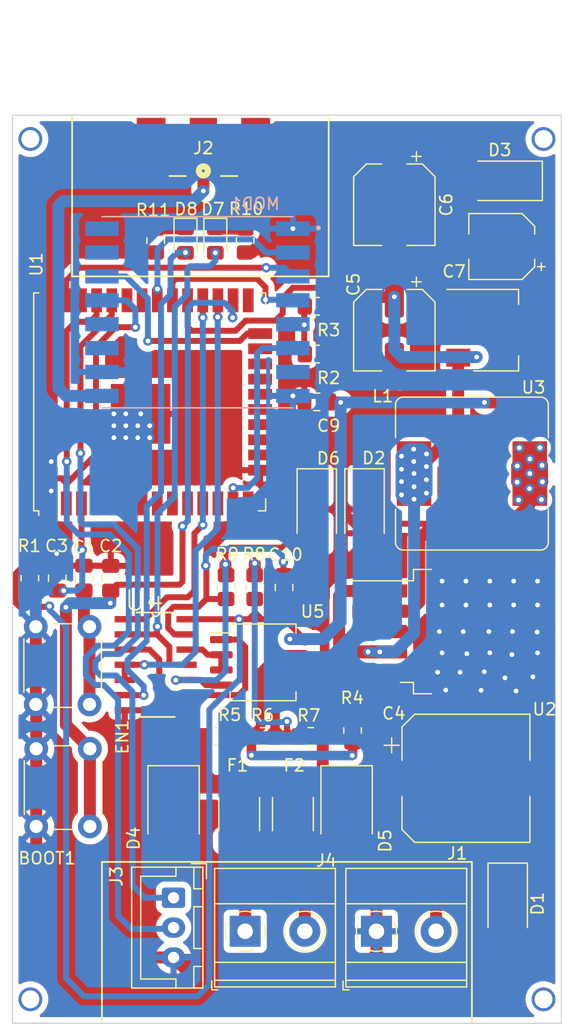
<source format=kicad_pcb>
(kicad_pcb (version 20211014) (generator pcbnew)
  (layers (0 "F.Cu" signal) (31 "B.Cu" signal) (34 "B.Paste" user) (35 "F.Paste" user) (36 "B.SilkS" user "B.Silkscreen") (37 "F.SilkS" user "F.Silkscreen") (38 "B.Mask" user) (39 "F.Mask" user) (44 "Edge.Cuts" user))
  (net 0 "")
  (net 1 "GND")
  (net 2 "/EN")
  (net 3 "/BOOT")
  (net 4 "Net-(C4-Pad1)")
  (net 5 "+5V")
  (net 6 "+3V3")
  (net 7 "/6A-MOD")
  (net 8 "Net-(D2-Pad1)")
  (net 9 "Net-(D4-Pad1)")
  (net 10 "Net-(D5-Pad1)")
  (net 11 "/DI")
  (net 12 "Net-(D7-Pad1)")
  (net 13 "/1Y-NOTIF")
  (net 14 "Net-(D8-Pad1)")
  (net 15 "/3Y-NOTIF")
  (net 16 "Net-(F1-Pad2)")
  (net 17 "Net-(F2-Pad2)")
  (net 18 "Net-(J2-Pad1)")
  (net 19 "/RX0")
  (net 20 "/TX0")
  (net 21 "/MISO-LORA")
  (net 22 "/MOSI-LORA")
  (net 23 "/SCK-LORA")
  (net 24 "/NSS-LORA")
  (net 25 "/RST-LORA")
  (net 29 "/D0-LORA")
  (net 32 "/NSS-IO5")
  (net 33 "Net-(R4-Pad1)")
  (net 34 "Net-(R6-Pad1)")
  (net 54 "/RX-MOD")
  (net 55 "/TX-MOD")
  (net 59 "/2A-4Y")
  (net 60 "/RO")
  (net 61 "/DE{slash}RE")
  (footprint "Capacitor_SMD:C_0805_2012Metric_Pad1.18x1.45mm_HandSolder" (layer "F.Cu") (at 147.7 84.9 180)
    (fp_text reference "C9")
    (fp_text value "0,1uF")
  )
  (footprint "Diode_SMD:D_SMA" (layer "F.Cu") (at 147.7 93.9 -90)
    (fp_text reference "D6")
    (fp_text value "SS14")
  )
  (footprint "Resistor_SMD:R_0805_2012Metric_Pad1.20x1.40mm_HandSolder" (layer "F.Cu") (at 147.2 112.9 180)
    (fp_text reference "R7")
    (fp_text value "0")
  )
  (footprint "Resistor_SMD:R_0805_2012Metric_Pad1.20x1.40mm_HandSolder" (layer "F.Cu") (at 139.2 112.9)
    (fp_text reference "R5")
    (fp_text value "0")
  )
  (footprint "LED_SMD:LED_0805_2012Metric_Pad1.15x1.40mm_HandSolder" (layer "F.Cu") (at 139.2 71.4 -90)
    (fp_text reference "D7")
    (fp_text value "LED")
  )
  (footprint "TerminalBlock_Phoenix:TerminalBlock_Phoenix_MKDS-1,5-2_1x02_P5.00mm_Horizontal" (layer "F.Cu") (at 141.7 129.205)
    (fp_text reference "J4")
    (fp_text value "PTR")
  )
  (footprint "Fuse:Fuse_1812_4532Metric_Pad1.30x3.40mm_HandSolder" (layer "F.Cu") (at 145.7 119.4 -90)
    (fp_text reference "F2")
    (fp_text value "Polyfuse")
  )
  (footprint "Capacitor_SMD:CP_Elec_6.3x9.9" (layer "F.Cu") (at 154.2 78.9 -90)
    (fp_text reference "C5")
    (fp_text value "220uF")
  )
  (footprint "LED_SMD:LED_0805_2012Metric_Pad1.15x1.40mm_HandSolder" (layer "F.Cu") (at 136.7 71.4 -90)
    (fp_text reference "D8")
    (fp_text value "LED")
  )
  (footprint "Resistor_SMD:R_0805_2012Metric_Pad1.20x1.40mm_HandSolder" (layer "F.Cu") (at 141.7 71.4 -90)
    (fp_text reference "R10")
    (fp_text value "470")
  )
  (footprint "Resistor_SMD:R_0805_2012Metric_Pad1.20x1.40mm_HandSolder" (layer "F.Cu") (at 123.654928 99.656264 -90)
    (fp_text reference "R1")
    (fp_text value "10K")
  )
  (footprint "RF_Module:ESP32-WROOM-32U" (layer "F.Cu") (at 133.7 84.9 90)
    (fp_text reference "U1")
    (fp_text value "ESP32-WROOM-32U")
  )
  (footprint "Capacitor_SMD:C_0805_2012Metric_Pad1.18x1.45mm_HandSolder" (layer "F.Cu") (at 125.954928 99.656264 -90)
    (fp_text reference "C3")
    (fp_text value "0.1uF")
  )
  (footprint "Button_Switch_THT:SW_PUSH_6mm" (layer "F.Cu") (at 124.189575 120.429791 90)
    (fp_text reference "BOOT1")
    (fp_text value "SW_Push")
  )
  (footprint "Capacitor_SMD:CP_Elec_10x10.5" (layer "F.Cu") (at 160.2 116.4)
    (fp_text reference "C4")
    (fp_text value "330uF")
  )
  (footprint "Diode_SMD:D_SMA" (layer "F.Cu") (at 163.2 66.4 180)
    (fp_text reference "D3")
    (fp_text value "SS34")
  )
  (footprint "Capacitor_SMD:CP_Elec_5x5.4" (layer "F.Cu") (at 163.2 71.9 180)
    (fp_text reference "C7")
    (fp_text value "47uF")
  )
  (footprint "Connector_JST:JST_XH_B3B-XH-A_1x03_P2.50mm_Vertical" (layer "F.Cu") (at 135.7 126.4 -90)
    (fp_text reference "J3")
    (fp_text value "UART-DOWNLOAD")
  )
  (footprint "Resistor_SMD:R_0805_2012Metric_Pad1.20x1.40mm_HandSolder" (layer "F.Cu") (at 150.7 112.4 90)
    (fp_text reference "R4")
    (fp_text value "560")
  )
  (footprint "Capacitor_SMD:C_0805_2012Metric_Pad1.18x1.45mm_HandSolder" (layer "F.Cu") (at 144.958545 100.429679 90)
    (fp_text reference "C10")
    (fp_text value "33Pf")
  )
  (footprint "Diode_SMD:D_SMB" (layer "F.Cu") (at 150.2 118.9 -90)
    (fp_text reference "D5")
    (fp_text value "DTVS")
  )
  (footprint "Diode_SMD:D_SMA" (layer "F.Cu") (at 163.7 126.9 -90)
    (fp_text reference "D1")
    (fp_text value "SS34")
  )
  (footprint "Package_TO_SOT_SMD:SOT-223-3_TabPin2" (layer "F.Cu") (at 162.7 78.9)
    (fp_text reference "U3")
    (fp_text value "AMS1117-3.3")
  )
  (footprint "Resistor_SMD:R_0805_2012Metric_Pad1.20x1.40mm_HandSolder" (layer "F.Cu") (at 134.2 71.4 -90)
    (fp_text reference "R11")
    (fp_text value "470")
  )
  (footprint "Package_TO_SOT_SMD:TO-263-5_TabPin3" (layer "F.Cu") (at 158.75 104.125)
    (fp_text reference "U2")
    (fp_text value "LM2596S-5")
  )
  (footprint "TerminalBlock_Phoenix:TerminalBlock_Phoenix_MKDS-1,5-2_1x02_P5.00mm_Horizontal" (layer "F.Cu") (at 152.7 129.205)
    (fp_text reference "J1")
    (fp_text value "PTR")
  )
  (footprint "Capacitor_SMD:CP_Elec_6.3x9.9" (layer "F.Cu") (at 154.2 68.4 -90)
    (fp_text reference "C6")
    (fp_text value "110uF")
  )
  (footprint "Capacitor_SMD:C_0805_2012Metric_Pad1.18x1.45mm_HandSolder" (layer "F.Cu") (at 130.436226 99.662567 -90)
    (fp_text reference "C2")
    (fp_text value "0.1uF")
  )
  (footprint "Resistor_SMD:R_0805_2012Metric_Pad1.20x1.40mm_HandSolder" (layer "F.Cu") (at 147.7 76.9)
    (fp_text reference "R3")
    (fp_text value "10K")
  )
  (footprint "mylibrary:CONN_ANTENA_SMA_CIN" (layer "F.Cu") (at 138.2 63.4974)
    (fp_text reference "J2")
    (fp_text value "CON-ANTENA")
    (fp_line (start 5.588 -2.3749) (end -5.588 -2.3749) (layer "Edge.Cuts") (width 0.0254))
  )
  (footprint "Resistor_SMD:R_0805_2012Metric_Pad1.20x1.40mm_HandSolder" (layer "F.Cu") (at 143.2 112.9 180)
    (fp_text reference "R6")
    (fp_text value "120")
  )
  (footprint "Package_SO:SO-8_5.3x6.2mm_P1.27mm" (layer "F.Cu") (at 143.2 106.7)
    (fp_text reference "U5")
    (fp_text value "MAX485E")
  )
  (footprint "Resistor_SMD:R_0805_2012Metric_Pad1.20x1.40mm_HandSolder" (layer "F.Cu") (at 142.5 100.4 90)
    (fp_text reference "R8")
    (fp_text value "560")
  )
  (footprint "Diode_SMD:D_SMB" (layer "F.Cu") (at 135.7 118.9 -90)
    (fp_text reference "D4")
    (fp_text value "DTVS")
  )
  (footprint "Diode_SMD:D_SMA" (layer "F.Cu") (at 151.7 93.9 -90)
    (fp_text reference "D2")
    (fp_text value "SS34")
  )
  (footprint "Resistor_SMD:R_0805_2012Metric_Pad1.20x1.40mm_HandSolder" (layer "F.Cu") (at 147.7 80.9 180)
    (fp_text reference "R2")
    (fp_text value "10K")
  )
  (footprint "Fuse:Fuse_1812_4532Metric_Pad1.30x3.40mm_HandSolder" (layer "F.Cu") (at 141.2 119.4 -90)
    (fp_text reference "F1")
    (fp_text value "Polyfuse")
  )
  (footprint "mylibrary:SOIC127-704xx" (layer "F.Cu") (at 134.2 106.9)
    (fp_text reference "U4")
    (fp_text value "74HC04D")
  )
  (footprint "Capacitor_SMD:C_0805_2012Metric_Pad1.18x1.45mm_HandSolder" (layer "F.Cu") (at 128.188498 99.647727 -90)
    (fp_text reference "C1")
    (fp_text value "0.1uF")
  )
  (footprint "Button_Switch_THT:SW_PUSH_6mm" (layer "F.Cu") (at 124.156186 110.218111 90)
    (fp_text reference "EN1")
    (fp_text value "SW_Push")
  )
  (footprint "Inductor_SMD:L_Bourns_SRR1260" (layer "F.Cu") (at 160.7 90.9 180)
    (fp_text reference "L1")
    (fp_text value "33uH")
  )
  (footprint "Resistor_SMD:R_0805_2012Metric_Pad1.20x1.40mm_HandSolder" (layer "F.Cu") (at 140.1 100.399218 90)
    (fp_text reference "R9")
    (fp_text value "56K")
  )
  (footprint "mylibrary:XCVR_RFM98W-433S2" (layer "B.Cu") (at 137.7 77.4 180)
    (fp_text reference "MOD1")
    (fp_text value "RFM98W-433S2")
  )
  (gr_line (start 160.7 123.4) (end 160.7 136.9) (layer "F.SilkS") (width 0.15))
  (gr_line (start 129.7 123.4) (end 129.7 136.9) (layer "F.SilkS") (width 0.15))
  (gr_line (start 129.7 123.4) (end 160.7 123.4) (layer "F.SilkS") (width 0.15))
  (gr_line (start 127.2 74.4) (end 148.7 74.4) (layer "F.SilkS") (width 0.15))
  (gr_line (start 127.2 74.4) (end 127.2 60.9) (layer "F.SilkS") (width 0.15))
  (gr_line (start 148.7 74.4) (end 148.7 60.9) (layer "F.SilkS") (width 0.15))
  (gr_rect (start 122.2 60.9) (end 168.2 136.9) (layer "Edge.Cuts") (width 0.1) (fill none))
  (via (at 123.7 62.9) (size 2) (drill 1.5) (layers "F.Cu" "B.Cu") (net 0))
  (via (at 166.7 62.9) (size 2) (drill 1.5) (layers "F.Cu" "B.Cu") (net 0))
  (via (at 166.7 134.9) (size 2) (drill 1.5) (layers "F.Cu" "B.Cu") (net 0))
  (via (at 123.7 134.9) (size 2) (drill 1.5) (layers "F.Cu" "B.Cu") (net 0))
  (segment (start 144.6 62.5) (end 144.6 62.4) (width 1) (layer "F.Cu") (net 1))
  (segment (start 125.445 76.4) (end 125.445 89.895) (width 1) (layer "F.Cu") (net 1))
  (segment (start 146.6625 89.6625) (end 146.7 89.7) (width 0.5) (layer "F.Cu") (net 1))
  (segment (start 141.7 72.4) (end 142.25 72.4) (width 1) (layer "F.Cu") (net 1))
  (segment (start 150.25 132.75) (end 152.6 132.75) (width 1) (layer "F.Cu") (net 1))
  (segment (start 161 71.9) (end 161 71.225) (width 1) (layer "F.Cu") (net 1))
  (segment (start 145.7 63.6) (end 145.15 63.05) (width 1) (layer "F.Cu") (net 1))
  (segment (start 126.45 72.05) (end 125.445 71.045) (width 1) (layer "F.Cu") (net 1))
  (segment (start 125.954928 98.618764) (end 128.179961 98.618764) (width 0.5) (layer "F.Cu") (net 1))
  (segment (start 143.04 90.7) (end 142.955 90.615) (width 0.8) (layer "F.Cu") (net 1))
  (segment (start 145.15 63.05) (end 144.6 62.5) (width 1) (layer "F.Cu") (net 1))
  (segment (start 132.45 121.05) (end 135.7 121.05) (width 0.5) (layer "F.Cu") (net 1))
  (segment (start 148.360962 101.326687) (end 148.141867 101.107592) (width 0.8) (layer "F.Cu") (net 1))
  (segment (start 149.6 93.8) (end 149.6 90.05) (width 0.8) (layer "F.Cu") (net 1))
  (segment (start 145.7 63.6) (end 146.7 62.6) (width 1) (layer "F.Cu") (net 1))
  (segment (start 159.9 62.4) (end 161.2 63.7) (width 1) (layer "F.Cu") (net 1))
  (segment (start 125.9 97.6) (end 125.9 98.563836) (width 1) (layer "F.Cu") (net 1))
  (segment (start 138.475 131.45) (end 138.475 132.5) (width 1) (layer "F.Cu") (net 1))
  (segment (start 154.2 81.7) (end 152.8 83.1) (width 1) (layer "F.Cu") (net 1))
  (segment (start 124.189575 130.789575) (end 124.189575 120.429791) (width 1) (layer "F.Cu") (net 1))
  (segment (start 141.95 68.65) (end 142.5815 68.0185) (width 1) (layer "F.Cu") (net 1))
  (segment (start 138.475 131.45) (end 139.275 132.25) (width 1) (layer "F.Cu") (net 1))
  (segment (start 151.7 95.9) (end 149.6 93.8) (width 0.8) (layer "F.Cu") (net 1))
  (segment (start 147.782281 101.682281) (end 148.360962 102.260962) (width 0.8) (layer "F.Cu") (net 1))
  (segment (start 155.825 81.7) (end 156.675 80.85) (width 1) (layer "F.Cu") (net 1))
  (segment (start 145.6375 63.6625) (end 145.7 63.6) (width 1) (layer "F.Cu") (net 1))
  (segment (start 152.05 89.7) (end 149.25 89.7) (width 1) (layer "F.Cu") (net 1))
  (segment (start 154.2 81.7) (end 155.825 81.7) (width 1) (layer "F.Cu") (net 1))
  (segment (start 149.25 89.7) (end 146.7 89.7) (width 0.8) (layer "F.Cu") (net 1))
  (segment (start 157.825 107.525) (end 158.725 107.525) (width 0.5) (layer "F.Cu") (net 1))
  (segment (start 153.8 132.2) (end 152.7 131.1) (width 1) (layer "F.Cu") (net 1))
  (segment (start 161.2 63.7) (end 161.2 66.4) (width 1) (layer "F.Cu") (net 1))
  (segment (start 151.7 96.72299) (end 151.7 95.9) (width 0.8) (layer "F.Cu") (net 1))
  (segment (start 156.675 77.175) (end 157.25 76.6) (width 1) (layer "F.Cu") (net 1))
  (segment (start 124.189575 120.429791) (end 124.189575 113.929791) (width 1) (layer "F.Cu") (net 1))
  (segment (start 149.6 90.05) (end 149.25 89.7) (width 0.8) (layer "F.Cu") (net 1))
  (segment (start 148.360962 102.260962) (end 148.360962 101.326687) (width 0.8) (layer "F.Cu") (net 1))
  (segment (start 163.7 128.9) (end 163.7 130.9) (width 1) (layer "F.Cu") (net 1))
  (segment (start 152.8 88.95) (end 152.05 89.7) (width 1) (layer "F.Cu") (net 1))
  (segment (start 152.6 132.75) (end 161.85 132.75) (width 1) (layer "F.Cu") (net 1))
  (segment (start 125.445 65.855) (end 127.6375 63.6625) (width 1) (layer "F.Cu") (net 1))
  (segment (start 163.2875 131.3125) (end 162.4 132.2) (width 1) (layer "F.Cu") (net 1))
  (segment (start 124.189575 110.2515) (end 124.156186 110.218111) (width 1) (layer "F.Cu") (net 1))
  (segment (start 147.782281 101.467179) (end 147.782281 101.682281) (width 0.8) (layer "F.Cu") (net 1))
  (segment (start 146.7 89.7) (end 145.55 89.7) (width 0.8) (layer "F.Cu") (net 1))
  (segment (start 147.782281 101.467179) (end 148.141867 101.107592) (width 0.8) (layer "F.Cu") (net 1))
  (segment (start 166.3 118.3) (end 164.4 116.4) (width 1) (layer "F.Cu") (net 1))
  (segment (start 146.6625 84.9) (end 146.6625 89.6625) (width 0.5) (layer "F.Cu") (net 1))
  (segment (start 150.55 121.05) (end 152.45 119.15) (width 1) (layer "F.Cu") (net 1))
  (segment (start 148.39973 101.287919) (end 148.39973 100.84973) (width 0.8) (layer "F.Cu") (net 1))
  (segment (start 131.6092 110.71) (end 131.6092 120.2092) (width 0.5) (layer "F.Cu") (net 1))
  (segment (start 139.275 132.75) (end 150.25 132.75) (width 1) (layer "F.Cu") (net 1))
  (segment (start 138.475 121.775) (end 138.475 130.65) (width 1) (layer "F.Cu") (net 1))
  (segment (start 159.975 104.125) (end 162.125 104.125) (width 0.8) (layer "F.Cu") (net 1))
  (segment (start 124.189575 113.929791) (end 124.189575 110.2515) (width 1) (layer "F.Cu") (net 1))
  (segment (start 145.7 63.6) (end 145.7 62.6) (width 1) (layer "F.Cu") (net 1))
  (segment (start 152.7 131.1) (end 151.05 132.75) (width 1) (layer "F.Cu") (net 1))
  (segment (start 161 66.6) (end 161.2 66.4) (width 1) (layer "F.Cu") (net 1))
  (segment (start 148.39973 100.84973) (end 148.39973 100.02326) (width 0.8) (layer "F.Cu") (net 1))
  (segment (start 128.188498 98.610227) (end 130.421386 98.610227) (width 0.5) (layer "F.Cu") (net 1))
  (segment (start 137.525 131.6) (end 135.9 131.6) (width 1) (layer "F.Cu") (net 1))
  (segment (start 149.25 89.7) (end 145.55 89.7) (width 0.8) (layer "F.Cu") (net 1))
  (segment (start 152.7 131.1) (end 152.7 132.65) (width 1) (layer "F.Cu") (net 1))
  (segment (start 148.39973 100.02326) (end 151.7 96.72299) (width 0.8) (layer "F.Cu") (net 1))
  (segment (start 127.6375 63.6625) (end 133.8185 63.6625) (width 1) (layer "F.Cu") (net 1))
  (segment (start 152.7 129.205) (end 152.7 123.55) (width 1) (layer "F.Cu") (net 1))
  (segment (start 152.975 107.525) (end 157.825 107.525) (width 0.5) (layer "F.Cu") (net 1))
  (segment (start 166.3 128.1) (end 166.3 118.3) (width 1) (layer "F.Cu") (net 1))
  (segment (start 124.156186 110.218111) (end 124.156186 103.718111) (width 1) (layer "F.Cu") (net 1))
  (segment (start 148.360962 108.029399) (end 148.360962 102.260962) (width 0.8) (layer "F.Cu") (net 1))
  (segment (start 164.4 109.1) (end 164.4 106.4) (width 1) (layer "F.Cu") (net 1))
  (segment (start 135.7 121.05) (end 137.75 121.05) (width 1) (layer "F.Cu") (net 1))
  (segment (start 158.725 107.525) (end 160.275 105.975) (width 0.5) (layer "F.Cu") (net 1))
  (segment (start 152.975 104.125) (end 157.975 104.125) (width 0.8) (layer "F.Cu") (net 1))
  (segment (start 125.445 93.4) (end 125.445 98.108836) (width 0.5) (layer "F.Cu") (net 1))
  (segment (start 145.9 62.4) (end 146.7 62.4) (width 1) (layer "F.Cu") (net 1))
  (segment (start 137.525 131.6) (end 137.05 132.075) (width 1) (layer "F.Cu") (net 1))
  (segment (start 145.55 89.7) (end 144.7 90.55) (width 0.8) (layer "F.Cu") (net 1))
  (segment (start 131.6092 120.2092) (end 132.45 121.05) (width 0.5) (layer "F.Cu") (net 1))
  (segment (start 142.5815 68.0185) (end 142.5815 63.6625) (width 1) (layer "F.Cu") (net 1))
  (segment (start 164.4 106.4) (end 164.05 106.05) (width 1) (layer "F.Cu") (net 1))
  (segment (start 146.7 108.605) (end 146.7 110.625) (width 0.8) (layer "F.Cu") (net 1))
  (segment (start 145.7 64.7) (end 145.7 63.6) (width 1) (layer "F.Cu") (net 1))
  (segment (start 143.844 62.4) (end 144.6 62.4) (width 1) (layer "F.Cu") (net 1))
  (segment (start 152.8 83.1) (end 152.8 88.95) (width 1) (layer "F.Cu") (net 1))
  (segment (start 144.7 90.7) (end 143.04 90.7) (width 0.8) (layer "F.Cu") (net 1))
  (segment (start 152.7 131.1) (end 152.7 129.205) (width 1) (layer "F.Cu") (net 1))
  (segment (start 162.4 132.2) (end 153.8 132.2) (width 1) (layer "F.Cu") (net 1))
  (segment (start 125.45 93.395) (end 125.445 93.4) (width 1) (layer "F.Cu") (net 1))
  (segment (start 161.85 132.75) (end 163.2875 131.3125) (width 1) (layer "F.Cu") (net 1))
  (segment (start 146.7 62.6) (end 146.7 62.4) (width 1) (layer "F.Cu") (net 1))
  (segment (start 152.45 119.15) (end 152.45 112.65) (width 1) (layer "F.Cu") (net 1))
  (segment (start 137.85 132.675) (end 137.925 132.75) (width 1) (layer "F.Cu") (net 1))
  (segment (start 137.05 132.075) (end 137.05 132.75) (width 1) (layer "F.Cu") (net 1))
  (segment (start 139.275 132.25) (end 139.275 132.75) (width 1) (layer "F.Cu") (net 1))
  (segment (start 142.5815 63.6625) (end 143.194 63.05) (width 1) (layer "F.Cu") (net 1))
  (segment (start 147.767179 101.467179) (end 144.958545 101.467179) (width 0.8) (layer "F.Cu") (net 1))
  (segment (start 164.05 106.05) (end 162.125 104.125) (width 1) (layer "F.Cu") (net 1))
  (segment (start 125.445 71.045) (end 125.445 65.855) (width 1) (layer "F.Cu") (net 1))
  (segment (start 165.5 128.9) (end 166.3 128.1) (width 1) (layer "F.Cu") (net 1))
  (segment (start 138.475 132.5) (end 138.225 132.75) (width 1) (layer "F.Cu") (net 1))
  (segment (start 159.55 73.35) (end 161 71.9) (width 1) (layer "F.Cu") (net 1))
  (segment (start 156.675 80.85) (end 156.675 77.175) (width 1) (layer "F.Cu") (net 1))
  (segment (start 137.75 121.05) (end 138.475 121.775) (width 1) (layer "F.Cu") (net 1))
  (segment (start 164.4 116.4) (end 164.4 109.1) (width 1) (layer "F.Cu") (net 1))
  (segment (start 134.2 72.4) (end 126.45 72.4) (width 1) (layer "F.Cu") (net 1))
  (segment (start 125.445 89.895) (end 125.45 89.9) (width 1) (layer "F.Cu") (net 1))
  (segment (start 125.445 73.405) (end 125.445 76.4) (width 1) (layer "F.Cu") (net 1))
  (segment (start 163.7 130.9) (end 163.2875 131.3125) (width 1) (layer "F.Cu") (net 1))
  (segment (start 137.05 132.75) (end 137.925 132.75) (width 1) (layer "F.Cu") (net 1))
  (segment (start 146.7 110.625) (end 147.475 111.4) (width 0.8) (layer "F.Cu") (net 1))
  (segment (start 138.475 130.65) (end 137.85 131.275) (width 1) (layer "F.Cu") (net 1))
  (segment (start 157.25 76.6) (end 159.55 76.6) (width 1) (layer "F.Cu") (net 1))
  (segment (start 142.25 72.4) (end 144.25 70.4) (width 1) (layer "F.Cu") (net 1))
  (segment (start 138.475 130.65) (end 138.475 131.45) (width 1) (layer "F.Cu") (net 1))
  (segment (start 125.445 98.108836) (end 125.954928 98.618764) (width 0.5) (layer "F.Cu") (net 1))
  (segment (start 147.475 111.4) (end 150.7 111.4) (width 0.8) (layer "F.Cu") (net 1))
  (segment (start 146.7 62.4) (end 159.9 62.4) (width 1) (layer "F.Cu") (net 1))
  (segment (start 146.2 84.9) (end 145.7 84.4) (width 0.5) (layer "F.Cu") (net 1))
  (segment (start 137.925 132.75) (end 138.225 132.75) (width 1) (layer "F.Cu") (net 1))
  (segment (start 137.85 131.275) (end 137.525 131.6) (width 1) (layer "F.Cu") (net 1))
  (segment (start 133.8185 67.8685) (end 134.6 68.65) (width 1) (layer "F.Cu") (net 1))
  (segment (start 137.85 131.275) (end 137.85 132.675) (width 1) (layer "F.Cu") (net 1))
  (segment (start 126.45 72.4) (end 126.45 72.05) (width 1) (layer "F.Cu") (net 1))
  (segment (start 159.55 76.6) (end 159.55 73.35) (width 1) (layer "F.Cu") (net 1))
  (segment (start 154.2 71.2) (end 154.225 71.225) (width 1) (layer "F.Cu") (net 1))
  (segment (start 144.7 90.55) (end 144.7 90.7) (width 0.8) (layer "F.Cu") (net 1))
  (segment (start 152.45 112.65) (end 151.2 111.4) (width 1) (layer "F.Cu") (net 1))
  (segment (start 138.225 132.75) (end 139.275 132.75) (width 1) (layer "F.Cu") (net 1))
  (segment (start 152.7 132.65) (end 152.6 132.75) (width 1) (layer "F.Cu") (net 1))
  (segment (start 151.2 111.4) (end 150.7 111.4) (width 1) (layer "F.Cu") (net 1))
  (segment (start 135.7 131.4) (end 124.8 131.4) (width 1) (layer "F.Cu") (net 1))
  (segment (start 143.194 63.05) (end 145.15 63.05) (width 1) (layer "F.Cu") (net 1))
  (segment (start 152.7 123.55) (end 150.2 121.05) (width 1) (layer "F.Cu") (net 1))
  (segment (start 135.7 131.4) (end 137.05 132.75) (width 1) (layer "F.Cu") (net 1))
  (segment (start 130.421386 98.610227) (end 130.436226 98.625067) (width 0.5) (layer "F.Cu") (net 1))
  (segment (start 148.360962 101.326687) (end 148.39973 101.287919) (width 0.8) (layer "F.Cu") (net 1))
  (segment (start 151.05 132.75) (end 150.25 132.75) (width 1) (layer "F.Cu") (net 1))
  (segment (start 163.7 128.9) (end 165.5 128.9) (width 1) (layer "F.Cu") (net 1))
  (segment (start 142.5815 63.6625) (end 145.6375 63.6625) (width 1) (layer "F.Cu") (net 1))
  (segment (start 135.9 131.6) (end 135.7 131.4) (width 1) (layer "F.Cu") (net 1))
  (segment (start 147.785361 108.605) (end 148.360962 108.029399) (width 0.8) (layer "F.Cu") (net 1))
  (segment (start 126.45 72.4) (end 125.445 73.405) (width 1) (layer "F.Cu") (net 1))
  (segment (start 128.179961 98.618764) (end 128.188498 98.610227) (width 0.5) (layer "F.Cu") (net 1))
  (segment (start 144.6 62.4) (end 145.9 62.4) (width 1) (layer "F.Cu") (net 1))
  (segment (start 133.8185 63.6625) (end 133.8185 67.8685) (width 1) (layer "F.Cu") (net 1))
  (segment (start 145.7 62.6) (end 145.9 62.4) (width 1) (layer "F.Cu") (net 1))
  (segment (start 125.9 98.563836) (end 125.954928 98.618764) (width 1) (layer "F.Cu") (net 1))
  (segment (start 125.445 73.405) (end 125.445 71.045) (width 1) (layer "F.Cu") (net 1))
  (segment (start 134.6 68.65) (end 141.95 68.65) (width 1) (layer "F.Cu") (net 1))
  (segment (start 160.275 105.975) (end 162.125 104.125) (width 0.5) (layer "F.Cu") (net 1))
  (segment (start 154.225 71.225) (end 161 71.225) (width 1) (layer "F.Cu") (net 1))
  (segment (start 157.975 104.125) (end 159.975 104.125) (width 0.8) (layer "F.Cu") (net 1))
  (segment (start 144.25 70.4) (end 145.7 70.4) (width 1) (layer "F.Cu") (net 1))
  (segment (start 150.2 121.05) (end 150.55 121.05) (width 1) (layer "F.Cu") (net 1))
  (segment (start 146.6625 84.9) (end 146.2 84.9) (width 0.5) (layer "F.Cu") (net 1))
  (segment (start 161 71.225) (end 161 66.6) (width 1) (layer "F.Cu") (net 1))
  (segment (start 148.141867 101.107592) (end 148.39973 100.84973) (width 0.8) (layer "F.Cu") (net 1))
  (segment (start 125.45 92.35) (end 125.45 93.395) (width 1) (layer "F.Cu") (net 1))
  (segment (start 145.7 70.4) (end 145.7 64.7) (width 1) (layer "F.Cu") (net 1))
  (segment (start 146.7 108.605) (end 147.785361 108.605) (width 0.8) (layer "F.Cu") (net 1))
  (segment (start 124.8 131.4) (end 124.189575 130.789575) (width 1) (layer "F.Cu") (net 1))
  (segment (start 142.5815 63.6625) (end 143.844 62.4) (width 1) (layer "F.Cu") (net 1))
  (via (at 162.2 99.9) (size 0.8) (drill 0.4) (layers "F.Cu" "B.Cu") (net 1))
  (via (at 131.7 86.9) (size 0.8) (drill 0.4) (layers "F.Cu" "B.Cu") (net 1))
  (via (at 130.7 85.9) (size 0.8) (drill 0.4) (layers "F.Cu" "B.Cu") (net 1))
  (via (at 160.275 105.975) (size 0.8) (drill 0.4) (layers "F.Cu" "B.Cu") (net 1))
  (via (at 165.809345 107.906675) (size 0.8) (drill 0.4) (layers "F.Cu" "B.Cu") (net 1))
  (via (at 160.2 99.9) (size 0.8) (drill 0.4) (layers "F.Cu" "B.Cu") (net 1))
  (via (at 158.2 101.9) (size 0.8) (drill 0.4) (layers "F.Cu" "B.Cu") (net 1))
  (via (at 158.2 105.9) (size 0.8) (drill 0.4) (layers "F.Cu" "B.Cu") (net 1))
  (via (at 133.7 87.9) (size 0.8) (drill 0.4) (layers "F.Cu" "B.Cu") (net 1))
  (via (at 162.2 101.9) (size 0.8) (drill 0.4) (layers "F.Cu" "B.Cu") (net 1))
  (via (at 162.2 105.9) (size 0.8) (drill 0.4) (layers "F.Cu" "B.Cu") (net 1))
  (via (at 125.45 89.9) (size 0.8) (drill 0.4) (layers "F.Cu" "B.Cu") (net 1))
  (via (at 164.2 101.9) (size 0.8) (drill 0.4) (layers "F.Cu" "B.Cu") (net 1))
  (via (at 166.2 99.9) (size 0.8) (drill 0.4) (layers "F.Cu" "B.Cu") (net 1))
  (via (at 158.2 99.9) (size 0.8) (drill 0.4) (layers "F.Cu" "B.Cu") (net 1))
  (via (at 130.7 86.9) (size 0.8) (drill 0.4) (layers "F.Cu" "B.Cu") (net 1))
  (via (at 132.945 85.9) (size 0.8) (drill 0.4) (layers "F.Cu" "B.Cu") (net 1))
  (via (at 132.7 86.9) (size 0.8) (drill 0.4) (layers "F.Cu" "B.Cu") (net 1))
  (via (at 125.45 92.35) (size 0.8) (drill 0.4) (layers "F.Cu" "B.Cu") (net 1))
  (via (at 164.05 106.05) (size 0.8) (drill 0.4) (layers "F.Cu" "B.Cu") (net 1))
  (via (at 164.095378 104.122593) (size 0.8) (drill 0.4) (layers "F.Cu" "B.Cu") (net 1))
  (via (at 163.472118 107.995712) (size 0.8) (drill 0.4) (layers "F.Cu" "B.Cu") (net 1))
  (via (at 166.2 105.9) (size 0.8) (drill 0.4) (layers "F.Cu" "B.Cu") (net 1))
  (via (at 158.508292 109.01964) (size 0.8) (drill 0.4) (layers "F.Cu" "B.Cu") (net 1))
  (via (at 159.975 104.125) (size 0.8) (drill 0.4) (layers "F.Cu" "B.Cu") (net 1))
  (via (at 161.46878 109.0419) (size 0.8) (drill 0.4) (layers "F.Cu" "B.Cu") (net 1))
  (via (at 157.825 107.525) (size 0.8) (drill 0.4) (layers "F.Cu" "B.Cu") (net 1))
  (via (at 131.7 85.9) (size 0.8) (drill 0.4) (layers "F.Cu" "B.Cu") (net 1))
  (via (at 162.125 104.125) (size 0.8) (drill 0.4) (layers "F.Cu" "B.Cu") (net 1))
  (via (at 164.4 109.1) (size 0.8) (drill 0.4) (layers "F.Cu" "B.Cu") (net 1))
  (via (at 160.2 101.9) (size 0.8) (drill 0.4) (layers "F.Cu" "B.Cu") (net 1))
  (via (at 145.7 84.4) (size 0.8) (drill 0.4) (layers "F.Cu" "B.Cu") (net 1))
  (via (at 130.7 87.9) (size 0.8) (drill 0.4) (layers "F.Cu" "B.Cu") (net 1))
  (via (at 131.7 87.9) (size 0.8) (drill 0.4) (layers "F.Cu" "B.Cu") (net 1))
  (via (at 125.9 97.6) (size 0.8) (drill 0.4) (layers "F.Cu" "B.Cu") (net 1))
  (via (at 133.7 86.9) (size 0.8) (drill 0.4) (layers "F.Cu" "B.Cu") (net 1))
  (via (at 164.2 99.9) (size 0.8) (drill 0.4) (layers "F.Cu" "B.Cu") (net 1))
  (via (at 166.165494 104.167111) (size 0.8) (drill 0.4) (layers "F.Cu" "B.Cu") (net 1))
  (via (at 145.7 70.4) (size 0.8) (drill 0.4) (layers "F.Cu" "B.Cu") (net 1))
  (via (at 157.975 104.125) (size 0.8) (drill 0.4) (layers "F.Cu" "B.Cu") (net 1))
  (via (at 166.2 101.9) (size 0.8) (drill 0.4) (layers "F.Cu" "B.Cu") (net 1))
  (via (at 161.735892 107.483748) (size 0.8) (drill 0.4) (layers "F.Cu" "B.Cu") (net 1))
  (via (at 159.710295 107.528267) (size 0.8) (drill 0.4) (layers "F.Cu" "B.Cu") (net 1))
  (via (at 132.7 87.9) (size 0.8) (drill 0.4) (layers "F.Cu" "B.Cu") (net 1))
  (segment (start 132.945 85.9) (end 132.945 86.145) (width 0.5) (layer "B.Cu") (net 1))
  (segment (start 130.7 86.9) (end 133.2 86.9) (width 1) (layer "B.Cu") (net 1))
  (segment (start 125.45 89.9) (end 125.45 92.35) (width 1) (layer "B.Cu") (net 1))
  (segment (start 132.35 82.4) (end 132.945 82.995) (width 0.8) (layer "B.Cu") (net 1))
  (segment (start 129.7 82.4) (end 132.35 82.4) (width 0.8) (layer "B.Cu") (net 1))
  (segment (start 132.945 86.145) (end 133.7 86.9) (width 0.5) (layer "B.Cu") (net 1))
  (segment (start 124.156186 103.718111) (end 124.156186 101.243814) (width 1) (layer "B.Cu") (net 1))
  (segment (start 133.2 86.9) (end 133.2 87.9) (width 1) (layer "B.Cu") (net 1))
  (segment (start 125.45 87.65) (end 126.2 86.9) (width 1) (layer "B.Cu") (net 1))
  (segment (start 133.7 87.9) (end 133.7 86.9) (width 0.5) (layer "B.Cu") (net 1))
  (segment (start 131.7 85.9) (end 131.7 87.9) (width 1) (layer "B.Cu") (net 1))
  (segment (start 125.9 99.5) (end 125.9 97.6) (width 1) (layer "B.Cu") (net 1))
  (segment (start 126.2 86.9) (end 130.7 86.9) (width 1) (layer "B.Cu") (net 1))
  (segment (start 130.7 87.9) (end 130.7 85.9) (width 1) (layer "B.Cu") (net 1))
  (segment (start 132.945 82.995) (end 132.945 85.9) (width 0.8) (layer "B.Cu") (net 1))
  (segment (start 133.2 87.9) (end 130.7 87.9) (width 1) (layer "B.Cu") (net 1))
  (segment (start 132.7 87.9) (end 132.7 86.9) (width 1) (layer "B.Cu") (net 1))
  (segment (start 130.7 85.9) (end 132.945 85.9) (width 1) (layer "B.Cu") (net 1))
  (segment (start 125.45 89.9) (end 125.45 87.65) (width 1) (layer "B.Cu") (net 1))
  (segment (start 124.156186 101.243814) (end 125.9 99.5) (width 1) (layer "B.Cu") (net 1))
  (segment (start 128.656186 110.218111) (end 128.656186 103.718111) (width 1) (layer "F.Cu") (net 2))
  (segment (start 125.917428 100.656264) (end 125.954928 100.693764) (width 0.5) (layer "F.Cu") (net 2))
  (segment (start 128.188498 100.685227) (end 128.188498 103.250423) (width 1) (layer "F.Cu") (net 2))
  (segment (start 123.654928 100.656264) (end 125.917428 100.656264) (width 0.5) (layer "F.Cu") (net 2))
  (segment (start 128.188498 103.250423) (end 128.656186 103.718111) (width 1) (layer "F.Cu") (net 2))
  (segment (start 128.179961 100.693764) (end 128.188498 100.685227) (width 0.5) (layer "F.Cu") (net 2))
  (segment (start 125.954928 100.693764) (end 126.493796 100.693764) (width 0.5) (layer "F.Cu") (net 2))
  (segment (start 126.493796 100.693764) (end 128.179961 100.693764) (width 0.5) (layer "F.Cu") (net 2))
  (segment (start 127.985 97.235) (end 128.05 97.3) (width 0.5) (layer "F.Cu") (net 2))
  (segment (start 127.985 93.4) (end 127.985 97.235) (width 0.5) (layer "F.Cu") (net 2))
  (via (at 126.493796 100.693764) (size 0.8) (drill 0.4) (layers "F.Cu" "B.Cu") (net 2))
  (via (at 128.05 97.3) (size 0.8) (drill 0.4) (layers "F.Cu" "B.Cu") (net 2))
  (segment (start 127.606236 100.693764) (end 126.493796 100.693764) (width 0.5) (layer "B.Cu") (net 2))
  (segment (start 128.05 100.25) (end 127.606236 100.693764) (width 0.5) (layer "B.Cu") (net 2))
  (segment (start 128.05 97.3) (end 128.05 100.25) (width 0.5) (layer "B.Cu") (net 2))
  (segment (start 130.4 101.75) (end 130.4 100.736293) (width 1) (layer "F.Cu") (net 3))
  (segment (start 128.689575 113.929791) (end 128.689575 120.429791) (width 1) (layer "F.Cu") (net 3))
  (segment (start 130.4 100.736293) (end 130.436226 100.700067) (width 1) (layer "F.Cu") (net 3))
  (segment (start 140.65 77.85) (end 140.65 76.435) (width 0.5) (layer "F.Cu") (net 3))
  (segment (start 130.436226 100.700067) (end 130.936293 100.2) (width 0.5) (layer "F.Cu") (net 3))
  (segment (start 126.678742 111.918958) (end 126.678742 102.086174) (width 1) (layer "F.Cu") (net 3))
  (segment (start 130.936293 100.2) (end 136.2 100.2) (width 0.5) (layer "F.Cu") (net 3))
  (segment (start 140.65 76.435) (end 140.685 76.4) (width 0.5) (layer "F.Cu") (net 3))
  (segment (start 128.689575 113.929791) (end 126.678742 111.918958) (width 1) (layer "F.Cu") (net 3))
  (segment (start 136.2 100.2) (end 136.45 99.95) (width 0.5) (layer "F.Cu") (net 3))
  (segment (start 136.45 99.95) (end 136.45 95.3) (width 0.5) (layer "F.Cu") (net 3))
  (via (at 126.678742 102.086174) (size 0.8) (drill 0.4) (layers "F.Cu" "B.Cu") (net 3))
  (via (at 136.45 95.3) (size 0.8) (drill 0.4) (layers "F.Cu" "B.Cu") (net 3))
  (via (at 130.4 101.75) (size 0.8) (drill 0.4) (layers "F.Cu" "B.Cu") (net 3))
  (via (at 140.65 77.85) (size 0.8) (drill 0.4) (layers "F.Cu" "B.Cu") (net 3))
  (segment (start 136.45 95.3) (end 136.9 94.85) (width 0.5) (layer "B.Cu") (net 3))
  (segment (start 139.95 76.6) (end 140.65 77.3) (width 0.5) (layer "B.Cu") (net 3))
  (segment (start 140.65 77.3) (end 140.65 77.85) (width 0.5) (layer "B.Cu") (net 3))
  (segment (start 127.014916 101.75) (end 130.4 101.75) (width 1) (layer "B.Cu") (net 3))
  (segment (start 136.9 94.85) (end 136.9 77.05) (width 0.5) (layer "B.Cu") (net 3))
  (segment (start 137.35 76.6) (end 139.95 76.6) (width 0.5) (layer "B.Cu") (net 3))
  (segment (start 126.678742 102.086174) (end 127.014916 101.75) (width 1) (layer "B.Cu") (net 3))
  (segment (start 136.9 77.05) (end 137.35 76.6) (width 0.5) (layer "B.Cu") (net 3))
  (segment (start 130.35 101.7) (end 130.4 101.75) (width 1) (layer "B.Cu") (net 3))
  (segment (start 156 112.7) (end 152.7 109.4) (width 1) (layer "F.Cu") (net 4))
  (segment (start 152.7 109.4) (end 150.1 109.4) (width 1) (layer "F.Cu") (net 4))
  (segment (start 157.7 124.9) (end 157.4 124.6) (width 1) (layer "F.Cu") (net 4))
  (segment (start 156 116.4) (end 156 112.7) (width 1) (layer "F.Cu") (net 4))
  (segment (start 163.7 124.9) (end 158.9 124.9) (width 1) (layer "F.Cu") (net 4))
  (segment (start 157.7 126.1) (end 157.7 129.205) (width 1) (layer "F.Cu") (net 4))
  (segment (start 149.570988 108.870988) (end 149.570988 101.129012) (width 1) (layer "F.Cu") (net 4))
  (segment (start 158.9 124.9) (end 157.7 124.9) (width 1) (layer "F.Cu") (net 4))
  (segment (start 158.9 124.9) (end 158.3 125.5) (width 1) (layer "F.Cu") (net 4))
  (segment (start 157.7 126.1) (end 157.7 124.9) (width 1) (layer "F.Cu") (net 4))
  (segment (start 157.4 124.6) (end 158.3 125.5) (width 1) (layer "F.Cu") (net 4))
  (segment (start 156 116.4) (end 156 123.2) (width 1) (layer "F.Cu") (net 4))
  (segment (start 149.570988 101.129012) (end 149.975 100.725) (width 1) (layer "F.Cu") (net 4))
  (segment (start 150.1 109.4) (end 149.570988 108.870988) (width 1) (layer "F.Cu") (net 4))
  (segment (start 158.3 125.5) (end 157.7 126.1) (width 1) (layer "F.Cu") (net 4))
  (segment (start 156 123.2) (end 157.4 124.6) (width 1) (layer "F.Cu") (net 4))
  (segment (start 149.975 100.725) (end 152.975 100.725) (width 1) (layer "F.Cu") (net 4))
  (segment (start 154.175 76.125) (end 154.2 76.1) (width 1) (layer "F.Cu") (net 5))
  (segment (start 159.55 87.2) (end 155.85 90.9) (width 1) (layer "F.Cu") (net 5))
  (segment (start 152.1 76.125) (end 154.175 76.125) (width 1) (layer "F.Cu") (net 5))
  (segment (start 154.2 65.6) (end 152.525 65.6) (width 1) (layer "F.Cu") (net 5))
  (segment (start 152.525 65.6) (end 151.55 66.575) (width 1) (layer "F.Cu") (net 5))
  (segment (start 151.55 75.575) (end 152.1 76.125) (width 1) (layer "F.Cu") (net 5))
  (segment (start 159.6 81.15) (end 159.55 81.2) (width 1) (layer "F.Cu") (net 5))
  (segment (start 151.55 66.575) (end 151.55 75.575) (width 1) (layer "F.Cu") (net 5))
  (segment (start 152.975 105.825) (end 152.006107 105.825) (width 0.8) (layer "F.Cu") (net 5))
  (segment (start 152.006107 105.825) (end 152.001962 105.820855) (width 0.8) (layer "F.Cu") (net 5))
  (segment (start 161.1 81.15) (end 159.6 81.15) (width 1) (layer "F.Cu") (net 5))
  (segment (start 159.55 81.2) (end 159.55 87.2) (width 1) (layer "F.Cu") (net 5))
  (via (at 161.1 81.15) (size 0.8) (drill 0.4) (layers "F.Cu" "B.Cu") (net 5))
  (via (at 155.85 90.9) (size 0.8) (drill 0.4) (layers "F.Cu" "B.Cu") (net 5))
  (via (at 154.2 76.1) (size 0.8) (drill 0.4) (layers "F.Cu" "B.Cu") (net 5))
  (via (at 156.888767 92.542242) (size 0.8) (drill 0.4) (layers "F.Cu" "B.Cu") (net 5))
  (via (at 155.85 93.05) (size 0.8) (drill 0.4) (layers "F.Cu" "B.Cu") (net 5))
  (via (at 152.001962 105.820855) (size 0.8) (drill 0.4) (layers "F.Cu" "B.Cu") (net 5))
  (via (at 154.801339 91.572725) (size 0.8) (drill 0.4) (layers "F.Cu" "B.Cu") (net 5))
  (via (at 154.801339 92.680744) (size 0.8) (drill 0.4) (layers "F.Cu" "B.Cu") (net 5))
  (via (at 155.821984 88.859063) (size 0.8) (drill 0.4) (layers "F.Cu" "B.Cu") (net 5))
  (via (at 152.975 105.825) (size 0.8) (drill 0.4) (layers "F.Cu" "B.Cu") (net 5))
  (via (at 154.801339 89.445725) (size 0.8) (drill 0.4) (layers "F.Cu" "B.Cu") (net 5))
  (via (at 156.89866 89.257757) (size 0.8) (drill 0.4) (layers "F.Cu" "B.Cu") (net 5))
  (via (at 156.888767 91.414437) (size 0.8) (drill 0.4) (layers "F.Cu" "B.Cu") (net 5))
  (via (at 154.801339 90.533958) (size 0.8) (drill 0.4) (layers "F.Cu" "B.Cu") (net 5))
  (via (at 155.85 92) (size 0.8) (drill 0.4) (layers "F.Cu" "B.Cu") (net 5))
  (via (at 155.830778 89.887938) (size 0.8) (drill 0.4) (layers "F.Cu" "B.Cu") (net 5))
  (via (at 156.888767 90.316311) (size 0.8) (drill 0.4) (layers "F.Cu" "B.Cu") (net 5))
  (segment (start 155.821984 88.859063) (end 156.499966 88.859063) (width 1) (layer "B.Cu") (net 5))
  (segment (start 154.85 81.15) (end 161.1 81.15) (width 1) (layer "B.Cu") (net 5))
  (segment (start 156.888767 90.316311) (end 156.433689 90.316311) (width 1) (layer "B.Cu") (net 5))
  (segment (start 154.2 76.1) (end 154.2 80.5) (width 1) (layer "B.Cu") (net 5))
  (segment (start 156.89866 92.532349) (end 156.888767 92.542242) (width 1) (layer "B.Cu") (net 5))
  (segment (start 155.85 93.05) (end 156.381009 93.05) (width 1) (layer "B.Cu") (net 5))
  (segment (start 155.830778 89.887938) (end 156.460394 89.887938) (width 1) (layer "B.Cu") (net 5))
  (segment (start 152.975 105.825) (end 153 105.8) (width 1) (layer "B.Cu") (net 5))
  (segment (start 154.801339 91.572725) (end 155.177275 91.572725) (width 1) (layer "B.Cu") (net 5))
  (segment (start 154.801339 90.533958) (end 155.184758 90.533958) (width 1) (layer "B.Cu") (net 5))
  (segment (start 155.830778 89.887938) (end 155.243552 89.887938) (width 1) (layer "B.Cu") (net 5))
  (segment (start 154.801339 92.680744) (end 154.801339 89.445725) (width 1) (layer "B.Cu") (net 5))
  (segment (start 155.170595 93.05) (end 154.801339 92.680744) (width 1) (layer "B.Cu") (net 5))
  (segment (start 155.85 92) (end 155.482083 92) (width 1) (layer "B.Cu") (net 5))
  (segment (start 154.3 105.8) (end 155.85 104.25) (width 1) (layer "B.Cu") (net 5))
  (segment (start 155.85 90.9) (end 156.37433 90.9) (width 1) (layer "B.Cu") (net 5))
  (segment (start 155.85 93.05) (end 155.85 92) (width 1) (layer "B.Cu") (net 5))
  (segment (start 156.888767 91.414437) (end 156.435563 91.414437) (width 1) (layer "B.Cu") (net 5))
  (segment (start 153 105.8) (end 154.3 105.8) (width 1) (layer "B.Cu") (net 5))
  (segment (start 155.184758 90.533958) (end 155.830778 89.887938) (width 1) (layer "B.Cu") (net 5))
  (segment (start 156.89866 89.257757) (end 156.89866 92.532349) (width 1) (layer "B.Cu") (net 5))
  (segment (start 156.381009 93.05) (end 156.888767 92.542242) (width 1) (layer "B.Cu") (net 5))
  (segment (start 156.499966 88.859063) (end 156.89866 89.257757) (width 1) (layer "B.Cu") (net 5))
  (segment (start 156.37433 90.9) (end 156.888767 91.414437) (width 1) (layer "B.Cu") (net 5))
  (segment (start 156.346525 92) (end 156.888767 92.542242) (width 1) (layer "B.Cu") (net 5))
  (segment (start 156.433689 90.316311) (end 155.85 90.9) (width 1) (layer "B.Cu") (net 5))
  (segment (start 152.001962 105.820855) (end 152.970855 105.820855) (width 0.8) (layer "B.Cu") (net 5))
  (segment (start 155.85 93.05) (end 155.170595 93.05) (width 1) (layer "B.Cu") (net 5))
  (segment (start 155.821984 88.859063) (end 155.388001 88.859063) (width 1) (layer "B.Cu") (net 5))
  (segment (start 156.460394 89.887938) (end 156.888767 90.316311) (width 1) (layer "B.Cu") (net 5))
  (segment (start 155.85 90.9) (end 155.85 88.887079) (width 1) (layer "B.Cu") (net 5))
  (segment (start 155.388001 88.859063) (end 154.801339 89.445725) (width 1) (layer "B.Cu") (net 5))
  (segment (start 154.2 80.5) (end 154.8 81.1) (width 1) (layer "B.Cu") (net 5))
  (segment (start 152.970855 105.820855) (end 152.975 105.825) (width 0.8) (layer "B.Cu") (net 5))
  (segment (start 155.85 88.887079) (end 155.821984 88.859063) (width 1) (layer "B.Cu") (net 5))
  (segment (start 155.177275 91.572725) (end 155.85 90.9) (width 1) (layer "B.Cu") (net 5))
  (segment (start 154.8 81.1) (end 154.85 81.15) (width 1) (layer "B.Cu") (net 5))
  (segment (start 156.435563 91.414437) (end 155.85 92) (width 1) (layer "B.Cu") (net 5))
  (segment (start 155.85 92) (end 155.85 90.9) (width 1) (layer "B.Cu") (net 5))
  (segment (start 155.243552 89.887938) (end 154.801339 89.445725) (width 1) (layer "B.Cu") (net 5))
  (segment (start 155.482083 92) (end 154.801339 92.680744) (width 1) (layer "B.Cu") (net 5))
  (segment (start 155.85 104.25) (end 155.85 93.05) (width 1) (layer "B.Cu") (net 5))
  (segment (start 155.85 92) (end 156.346525 92) (width 1) (layer "B.Cu") (net 5))
  (segment (start 165.45 84.95) (end 161.75 84.95) (width 1) (layer "F.Cu") (net 6))
  (segment (start 165.4 78.45) (end 165.85 78.9) (width 1) (layer "F.Cu") (net 6))
  (segment (start 142.11 103.09) (end 142.09 103.09) (width 0.5) (layer "F.Cu") (net 6))
  (segment (start 126.715 91.785) (end 127.075 91.425) (width 0.5) (layer "F.Cu") (net 6))
  (segment (start 141.89 103.09) (end 142.01 103.09) (width 0.5) (layer "F.Cu") (net 6))
  (segment (start 146.7 104.795) (end 146.695 104.795) (width 0.5) (layer "F.Cu") (net 6))
  (segment (start 122.4495 101.6995) (end 122.8 102.05) (width 0.5) (layer "F.Cu") (net 6))
  (segment (start 124.25 91.3) (end 126.3 91.3) (width 0.5) (layer "F.Cu") (net 6))
  (segment (start 159.55 78.9) (end 165.85 78.9) (width 1) (layer "F.Cu") (net 6))
  (segment (start 142.6 102.6) (end 143.09 103.09) (width 0.5) (layer "F.Cu") (net 6))
  (segment (start 142.01 103.09) (end 142.5 102.6) (width 0.5) (layer "F.Cu") (net 6))
  (segment (start 122.4495 99.3005) (end 122.4495 101.6995) (width 0.5) (layer "F.Cu") (net 6))
  (segment (start 146.655 104.75) (end 146.7 104.795) (width 1) (layer "F.Cu") (net 6))
  (segment (start 143.09 103.09) (end 142.64 103.09) (width 0.5) (layer "F.Cu") (net 6))
  (segment (start 126.715 92.085) (end 126.715 91.785) (width 0.5) (layer "F.Cu") (net 6))
  (segment (start 123.654928 98.656264) (end 123.654928 91.895072) (width 0.5) (layer "F.Cu") (net 6))
  (segment (start 142.5 102.6) (end 142.5 102.68) (width 0.5) (layer "F.Cu") (net 6))
  (segment (start 165.4 71.9) (end 165.4 78.45) (width 1) (layer "F.Cu") (net 6))
  (segment (start 142.5 101.4) (end 142.5 102.6) (width 0.5) (layer "F.Cu") (net 6))
  (segment (start 122.8 102.05) (end 125.25 102.05) (width 0.5) (layer "F.Cu") (net 6))
  (segment (start 165.4 71.9) (end 165.4 66.6) (width 1) (layer "F.Cu") (net 6))
  (segment (start 129.2 89.3) (end 129.2 80.3) (width 0.5) (layer "F.Cu") (net 6))
  (segment (start 165.85 84.55) (end 165.5 84.9) (width 1) (layer "F.Cu") (net 6))
  (segment (start 142.6 102.6) (end 142.11 103.09) (width 0.5) (layer "F.Cu") (net 6))
  (segment (start 130.85 78.65) (end 132.5 78.65) (width 0.5) (layer "F.Cu") (net 6))
  (segment (start 123.654928 91.895072) (end 124.25 91.3) (width 0.5) (layer "F.Cu") (net 6))
  (segment (start 148.7 84.8625) (end 148.7375 84.9) (width 0.5) (layer "F.Cu") (net 6))
  (segment (start 149.7 84.95) (end 148.7875 84.95) (width 1) (layer "F.Cu") (net 6))
  (segment (start 123.654928 98.656264) (end 123.093736 98.656264) (width 0.5) (layer "F.Cu") (net 6))
  (segment (start 148.7 80.9) (end 148.7 84.8625) (width 0.5) (layer "F.Cu") (net 6))
  (segment (start 148.7875 84.95) (end 148.7375 84.9) (width 1) (layer "F.Cu") (net 6))
  (segment (start 142.5 102.6) (end 142.6 102.6) (width 0.5) (layer "F.Cu") (net 6))
  (segment (start 127.075 91.425) (end 129.2 89.3) (width 0.5) (layer "F.Cu") (net 6))
  (segment (start 125.25 102.05) (end 125.3 102) (width 0.5) (layer "F.Cu") (net 6))
  (segment (start 142.64 103.09) (end 142.09 103.09) (width 0.5) (layer "F.Cu") (net 6))
  (segment (start 141.89 103.09) (end 141.19 103.09) (width 0.5) (layer "F.Cu") (net 6))
  (segment (start 129.2 80.3) (end 130.85 78.65) (width 0.5) (layer "F.Cu") (net 6))
  (segment (start 146.695 104.795) (end 144.99 103.09) (width 0.5) (layer "F.Cu") (net 6))
  (segment (start 165.5 84.9) (end 165.45 84.95) (width 1) (layer "F.Cu") (net 6))
  (segment (start 144.99 103.09) (end 143.09 103.09) (width 0.5) (layer "F.Cu") (net 6))
  (segment (start 142.5 102.68) (end 142.09 103.09) (width 0.5) (layer "F.Cu") (net 6))
  (segment (start 141.19 103.09) (end 136.7908 103.09) (width 0.5) (layer "F.Cu") (net 6))
  (segment (start 126.715 91.715) (end 126.715 92.085) (width 0.5) (layer "F.Cu") (net 6))
  (segment (start 145.45 104.75) (end 146.655 104.75) (width 1) (layer "F.Cu") (net 6))
  (segment (start 126.715 92.085) (end 126.715 93.4) (width 0.5) (layer "F.Cu") (net 6))
  (segment (start 126.3 91.3) (end 126.715 91.715) (width 0.5) (layer "F.Cu") (net 6))
  (segment (start 142.5 102.6) (end 142.5 102.95) (width 0.5) (layer "F.Cu") (net 6))
  (segment (start 165.4 66.6) (end 165.2 66.4) (width 1) (layer "F.Cu") (net 6))
  (segment (start 126.3 91.3) (end 126.95 91.3) (width 0.5) (layer "F.Cu") (net 6))
  (segment (start 123.093736 98.656264) (end 122.4495 99.3005) (width 0.5) (layer "F.Cu") (net 6))
  (segment (start 126.95 91.3) (end 127.075 91.425) (width 0.5) (layer "F.Cu") (net 6))
  (segment (start 142.09 103.09) (end 141.89 103.09) (width 0.5) (layer "F.Cu") (net 6))
  (segment (start 165.85 78.9) (end 165.85 84.55) (width 1) (layer "F.Cu") (net 6))
  (segment (start 142.5 102.95) (end 142.64 103.09) (width 0.5) (layer "F.Cu") (net 6))
  (via (at 132.5 78.65) (size 0.8) (drill 0.4) (layers "F.Cu" "B.Cu") (net 6))
  (via (at 161.75 84.95) (size 0.8) (drill 0.4) (layers "F.Cu" "B.Cu") (net 6))
  (via (at 145.45 104.75) (size 0.8) (drill 0.4) (layers "F.Cu" "B.Cu") (net 6))
  (via (at 141.19 103.09) (size 0.8) (drill 0.4) (layers "F.Cu" "B.Cu") (net 6))
  (via (at 149.7 84.95) (size 0.8) (drill 0.4) (layers "F.Cu" "B.Cu") (net 6))
  (via (at 125.3 102) (size 0.8) (drill 0.4) (layers "F.Cu" "B.Cu") (net 6))
  (segment (start 125.3 102.3) (end 126.7 103.7) (width 0.5) (layer "B.Cu") (net 6))
  (segment (start 138.7 110.65) (end 141.15 108.2) (width 0.5) (layer "B.Cu") (net 6))
  (segment (start 126.7 133.15) (end 128.2 134.65) (width 0.5) (layer "B.Cu") (net 6))
  (segment (start 141.25 103.15) (end 141.19 103.09) (width 0.5) (layer "B.Cu") (net 6))
  (segment (start 141.25 108.2) (end 141.25 103.15) (width 0.5) (layer "B.Cu") (net 6))
  (segment (start 161.75 84.95) (end 149.7 84.95) (width 1) (layer "B.Cu") (net 6))
  (segment (start 132.5 77.15) (end 132.5 78.65) (width 0.5) (layer "B.Cu") (net 6))
  (segment (start 128.2 134.65) (end 137.7 134.65) (width 0.5) (layer "B.Cu") (net 6))
  (segment (start 138.7 133.65) (end 138.7 110.65) (width 0.5) (layer "B.Cu") (net 6))
  (segment (start 149.7 103.3) (end 148.3 104.7) (width 1) (layer "B.Cu") (net 6))
  (segment (start 148.3 104.7) (end 148.25 104.75) (width 1) (layer "B.Cu") (net 6))
  (segment (start 137.7 134.65) (end 138.7 133.65) (width 0.5) (layer "B.Cu") (net 6))
  (segment (start 141.15 108.2) (end 141.25 108.2) (width 0.5) (layer "B.Cu") (net 6))
  (segment (start 149.7 84.95) (end 149.7 103.3) (width 1) (layer "B.Cu") (net 6))
  (segment (start 131.75 76.4) (end 132.5 77.15) (width 0.5) (layer "B.Cu") (net 6))
  (segment (start 126.7 103.7) (end 126.7 133.15) (width 0.5) (layer "B.Cu") (net 6))
  (segment (start 125.3 102) (end 125.3 102.3) (width 0.5) (layer "B.Cu") (net 6))
  (segment (start 129.7 76.4) (end 131.75 76.4) (width 0.5) (layer "B.Cu") (net 6))
  (segment (start 148.25 104.75) (end 145.45 104.75) (width 1) (layer "B.Cu") (net 6))
  (segment (start 144.9 99.333634) (end 144.958545 99.392179) (width 0.5) (layer "F.Cu") (net 7))
  (segment (start 144.966366 99.4) (end 147.45 99.4) (width 0.5) (layer "F.Cu") (net 7))
  (segment (start 135.25 103.840091) (end 135.25 102.5) (width 0.5) (layer "F.Cu") (net 7))
  (segment (start 147.45 99.4) (end 147.7 99.15) (width 0.5) (layer "F.Cu") (net 7))
  (segment (start 135.25 102.5) (end 135.7 102.05) (width 0.5) (layer "F.Cu") (net 7))
  (segment (start 137.8 102.05) (end 138.450782 101.399218) (width 0.5) (layer "F.Cu") (net 7))
  (segment (start 135.769909 104.36) (end 135.25 103.840091) (width 0.5) (layer "F.Cu") (net 7))
  (segment (start 144.958545 99.392179) (end 144.966366 99.4) (width 0.5) (layer "F.Cu") (net 7))
  (segment (start 138.450782 98.650782) (end 138.4 98.6) (width 0.5) (layer "F.Cu") (net 7))
  (segment (start 144.9 98.3) (end 144.9 99.333634) (width 0.5) (layer "F.Cu") (net 7))
  (segment (start 138.450782 101.399218) (end 140.1 101.399218) (width 0.5) (layer "F.Cu") (net 7))
  (segment (start 147.7 99.15) (end 147.7 95.9) (width 0.5) (layer "F.Cu") (net 7))
  (segment (start 138.450782 101.399218) (end 138.450782 98.650782) (width 0.5) (layer "F.Cu") (net 7))
  (segment (start 136.7908 104.36) (end 135.769909 104.36) (width 0.5) (layer "F.Cu") (net 7))
  (segment (start 135.7 102.05) (end 137.8 102.05) (width 0.5) (layer "F.Cu") (net 7))
  (via (at 138.4 98.6) (size 0.8) (drill 0.4) (layers "F.Cu" "B.Cu") (net 7))
  (via (at 144.9 98.3) (size 0.8) (drill 0.4) (layers "F.Cu" "B.Cu") (net 7))
  (segment (start 138.4 98.6) (end 138.4 97.75) (width 0.5) (layer "B.Cu") (net 7))
  (segment (start 138.95 97.2) (end 144.25 97.2) (width 0.5) (layer "B.Cu") (net 7))
  (segment (start 144.9 97.85) (end 144.9 98.3) (width 0.5) (layer "B.Cu") (net 7))
  (segment (start 144.25 97.2) (end 144.9 97.85) (width 0.5) (layer "B.Cu") (net 7))
  (segment (start 138.4 97.75) (end 138.65 97.5) (width 0.5) (layer "B.Cu") (net 7))
  (segment (start 138.65 97.5) (end 138.95 97.2) (width 0.5) (layer "B.Cu") (net 7))
  (segment (start 166.518446 93.08154) (end 166.518446 91.868446) (width 1) (layer "F.Cu") (net 8))
  (segment (start 152.975 102.425) (end 155.525 102.425) (width 1) (layer "F.Cu") (net 8))
  (segment (start 165.55 90.9) (end 165.55 93.45) (width 1) (layer "F.Cu") (net 8))
  (segment (start 151.7 92.35) (end 154.45 95.1) (width 0.5) (layer "F.Cu") (net 8))
  (segment (start 157.554096 95.1) (end 163.9 95.1) (width 1) (layer "F.Cu") (net 8))
  (segment (start 164.490376 91.619746) (end 164.490376 90.274295) (width 1) (layer "F.Cu") (net 8))
  (segment (start 166.577804 91.560387) (end 166.607484 91.590067) (width 1) (layer "F.Cu") (net 8))
  (segment (start 165.558823 89.678339) (end 165.558823 92.131809) (width 1) (layer "F.Cu") (net 8))
  (segment (start 164.490376 90.274295) (end 164.500269 90.264402) (width 1) (layer "F.Cu") (net 8))
  (segment (start 166.409623 90.040377) (end 165.55 90.9) (width 1) (layer "F.Cu") (net 8))
  (segment (start 166.518446 91.868446) (end 165.55 90.9) (width 1) (layer "F.Cu") (net 8))
  (segment (start 155.525 102.425) (end 156.30317 101.64683) (width 1) (layer "F.Cu") (net 8))
  (segment (start 163.9 95.1) (end 165.55 93.45) (width 1) (layer "F.Cu") (net 8))
  (segment (start 165.558823 92.131809) (end 165.529144 92.161488) (width 1) (layer "F.Cu") (net 8))
  (segment (start 164.609092 93.111219) (end 164.609092 91.840908) (width 1) (layer "F.Cu") (net 8))
  (segment (start 156.30317 96.350926) (end 157.554096 95.1) (width 1) (layer "F.Cu") (net 8))
  (segment (start 164.638771 93.08154) (end 164.609092 93.111219) (width 1) (layer "F.Cu") (net 8))
  (segment (start 165.55 90.9) (end 165.55 90.899998) (width 1) (layer "F.Cu") (net 8))
  (segment (start 156.30317 101.64683) (end 156.30317 96.350926) (width 1) (layer "F.Cu") (net 8))
  (segment (start 164.678343 88.750769) (end 166.389837 88.750769) (width 1) (layer "F.Cu") (net 8))
  (segment (start 166.389837 88.750769) (end 166.409623 88.730983) (width 1) (layer "F.Cu") (net 8))
  (segment (start 164.609092 91.840908) (end 165.55 90.9) (width 1) (layer "F.Cu") (net 8))
  (segment (start 166.518446 93.08154) (end 164.638771 93.08154) (width 1) (layer "F.Cu") (net 8))
  (segment (start 164.678343 88.750769) (end 164.678343 90.028343) (width 1) (layer "F.Cu") (net 8))
  (segment (start 151.7 91.9) (end 151.7 92.35) (width 0.5) (layer "F.Cu") (net 8))
  (segment (start 165.558823 89.631249) (end 164.678343 88.750769) (width 1) (layer "F.Cu") (net 8))
  (segment (start 165.558823 89.678339) (end 165.558823 89.631249) (width 1) (layer "F.Cu") (net 8))
  (segment (start 166.577804 90.214937) (end 166.577804 91.560387) (width 1) (layer "F.Cu") (net 8))
  (segment (start 154.45 95.1) (end 157.554096 95.1) (width 0.5) (layer "F.Cu") (net 8))
  (segment (start 166.409623 88.730983) (end 166.409623 90.040377) (width 1) (layer "F.Cu") (net 8))
  (segment (start 164.678343 90.028343) (end 165.55 90.9) (width 1) (layer "F.Cu") (net 8))
  (via (at 164.609092 93.111219) (size 0.8) (drill 0.4) (layers "F.Cu" "B.Cu") (net 8))
  (via (at 166.607484 91.590067) (size 0.8) (drill 0.4) (layers "F.Cu" "B.Cu") (net 8))
  (via (at 166.409623 88.730983) (size 0.8) (drill 0.4) (layers "F.Cu" "B.Cu") (net 8))
  (via (at 165.558823 89.678339) (size 0.8) (drill 0.4) (layers "F.Cu" "B.Cu") (net 8))
  (via (at 164.678343 88.750769) (size 0.8) (drill 0.4) (layers "F.Cu" "B.Cu") (net 8))
  (via (at 165.529144 92.161488) (size 0.8) (drill 0.4) (layers "F.Cu" "B.Cu") (net 8))
  (via (at 166.577804 90.214937) (size 0.8) (drill 0.4) (layers "F.Cu" "B.Cu") (net 8))
  (via (at 164.490376 91.619746) (size 0.8) (drill 0.4) (layers "F.Cu" "B.Cu") (net 8))
  (via (at 166.518446 93.08154) (size 0.8) (drill 0.4) (layers "F.Cu" "B.Cu") (net 8))
  (via (at 164.500269 90.264402) (size 0.8) (drill 0.4) (layers "F.Cu" "B.Cu") (net 8))
  (via (at 165.55 90.899998) (size 0.8) (drill 0.4) (layers "F.Cu" "B.Cu") (net 8))
  (segment (start 137.15 116.925) (end 137.15 117.175) (width 1) (layer "F.Cu") (net 9))
  (segment (start 138.2 117) (end 138.025 117.175) (width 1) (layer "F.Cu") (net 9))
  (segment (start 140.65 116.625) (end 141.2 117.175) (width 1) (layer "F.Cu") (net 9))
  (segment (start 141.2 117.175) (end 138.95 117.175) (width 1) (layer "F.Cu") (net 9))
  (segment (start 138.95 117.175) (end 138.95 116.625) (width 1) (layer "F.Cu") (net 9))
  (segment (start 138.2 112.9) (end 138.2 115.875) (width 1) (layer "F.Cu") (net 9))
  (segment (start 137.15 117.175) (end 136.125 117.175) (width 1) (layer "F.Cu") (net 9))
  (segment (start 138.2 115.875) (end 138.2 117) (width 1) (layer "F.Cu") (net 9))
  (segment (start 138.95 116.625) (end 140.65 116.625) (width 1) (layer "F.Cu") (net 9))
  (segment (start 138.95 116.625) (end 138.2 115.875) (width 1) (layer "F.Cu") (net 9))
  (segment (start 138.2 115.875) (end 137.15 116.925) (width 1) (layer "F.Cu") (net 9))
  (segment (start 138.025 117.175) (end 137.15 117.175) (width 1) (layer "F.Cu") (net 9))
  (segment (start 138.95 117.175) (end 138.025 117.175) (width 1) (layer "F.Cu") (net 9))
  (segment (start 136.125 117.175) (end 135.7 116.75) (width 1) (layer "F.Cu") (net 9))
  (segment (start 146.875 117.175) (end 145.7 117.175) (width 1) (layer "F.Cu") (net 10))
  (segment (start 148.2 115.85) (end 146.875 117.175) (width 1) (layer "F.Cu") (net 10))
  (segment (start 148.2 115.91364) (end 149.03636 116.75) (width 1) (layer "F.Cu") (net 10))
  (segment (start 149.775 117.175) (end 150.2 116.75) (width 1) (layer "F.Cu") (net 10))
  (segment (start 148.2 115.85) (end 148.2 117.175) (width 1) (layer "F.Cu") (net 10))
  (segment (start 148.2 117.175) (end 149.775 117.175) (width 1) (layer "F.Cu") (net 10))
  (segment (start 148.2 112.9) (end 148.2 115.85) (width 1) (layer "F.Cu") (net 10))
  (segment (start 145.7 117.175) (end 148.2 117.175) (width 1) (layer "F.Cu") (net 10))
  (segment (start 148.2 115.85) (end 148.2 115.91364) (width 1) (layer "F.Cu") (net 10))
  (segment (start 149.03636 116.75) (end 150.2 116.75) (width 1) (layer "F.Cu") (net 10))
  (segment (start 140.05 98.5) (end 140.05 97.5) (width 0.5) (layer "F.Cu") (net 11))
  (segment (start 145.35 92.75) (end 146.2 91.9) (width 0.5) (layer "F.Cu") (net 11))
  (segment (start 135.887415 108.187415) (end 136.773385 108.187415) (width 0.5) (layer "F.Cu") (net 11))
  (segment (start 137.97 108.17) (end 138.405 108.605) (width 0.5) (layer "F.Cu") (net 11))
  (segment (start 140.05 97.5) (end 140.45 97.1) (width 0.5) (layer "F.Cu") (net 11))
  (segment (start 138.405 108.605) (end 139.7 108.605) (width 0.5) (layer "F.Cu") (net 11))
  (segment (start 140.05 99.349218) (end 140.1 99.399218) (width 1) (layer "F.Cu") (net 11))
  (segment (start 140.45 97.1) (end 144.8 97.1) (width 0.5) (layer "F.Cu") (net 11))
  (segment (start 136.7908 108.17) (end 137.97 108.17) (width 0.5) (layer "F.Cu") (net 11))
  (segment (start 144.8 97.1) (end 145.35 96.55) (width 0.5) (layer "F.Cu") (net 11))
  (segment (start 140.05 98.5) (end 140.05 99.349218) (width 1) (layer "F.Cu") (net 11))
  (segment (start 136.773385 108.187415) (end 136.7908 108.17) (width 0.5) (layer "F.Cu") (net 11))
  (segment (start 146.2 91.9) (end 147.7 91.9) (width 0.5) (layer "F.Cu") (net 11))
  (segment (start 145.35 96.55) (end 145.35 92.75) (width 0.5) (layer "F.Cu") (net 11))
  (via (at 135.887415 108.187415) (size 0.8) (drill 0.4) (layers "F.Cu" "B.Cu") (net 11))
  (via (at 140.05 98.5) (size 0.8) (drill 0.4) (layers "F.Cu" "B.Cu") (net 11))
  (segment (start 135.814877 108.187415) (end 135.887415 108.187415) (width 0.5) (layer "B.Cu") (net 11))
  (segment (start 140.05 107.45) (end 140.05 98.5) (width 0.5) (layer "B.Cu") (net 11))
  (segment (start 139.312585 108.187415) (end 140.05 107.45) (width 0.5) (layer "B.Cu") (net 11))
  (segment (start 135.887415 108.187415) (end 139.312585 108.187415) (width 0.5) (layer "B.Cu") (net 11))
  (segment (start 141.7 70.4) (end 139.225 70.4) (width 1) (layer "F.Cu") (net 12))
  (segment (start 139.225 70.4) (end 139.2 70.375) (width 1) (layer "F.Cu") (net 12))
  (segment (start 134.31 104.36) (end 134.31 103.74) (width 0.5) (layer "F.Cu") (net 13))
  (segment (start 135.45 106.9) (end 135.35 106.8) (width 0.5) (layer "F.Cu") (net 13))
  (segment (start 135.35 106.8) (end 135.35 105.4) (width 0.5) (layer "F.Cu") (net 13))
  (segment (start 136.7908 106.9) (end 135.45 106.9) (width 0.5) (layer "F.Cu") (net 13))
  (segment (start 134.31 103.74) (end 134.35 103.7) (width 0.5) (layer "F.Cu") (net 13))
  (segment (start 135.35 105.4) (end 134.31 104.36) (width 0.5) (layer "F.Cu") (net 13))
  (segment (start 134.31 104.36) (end 131.6092 104.36) (width 0.5) (layer "F.Cu") (net 13))
  (via (at 139.2 72.425) (size 0.8) (drill 0.4) (layers "F.Cu" "B.Cu") (net 13))
  (via (at 134.35 103.7) (size 0.8) (drill 0.4) (layers "F.Cu" "B.Cu") (net 13))
  (segment (start 136.85 73.8) (end 137.1 73.55) (width 0.5) (layer "B.Cu") (net 13))
  (segment (start 138.75 73.55) (end 139.2 73.1) (width 0.5) (layer "B.Cu") (net 13))
  (segment (start 136.85 75.9) (end 136.85 73.8) (width 0.5) (layer "B.Cu") (net 13))
  (segment (start 139.2 73.1) (end 139.2 72.425) (width 0.5) (layer "B.Cu") (net 13))
  (segment (start 134.35 94.25) (end 135.8 92.8) (width 0.5) (layer "B.Cu") (net 13))
  (segment (start 137.1 73.55) (end 138.75 73.55) (width 0.5) (layer "B.Cu") (net 13))
  (segment (start 135.8 92.8) (end 135.8 76.95) (width 0.5) (layer "B.Cu") (net 13))
  (segment (start 134.35 103.7) (end 134.35 94.25) (width 0.5) (layer "B.Cu") (net 13))
  (segment (start 135.8 76.95) (end 136.85 75.9) (width 0.5) (layer "B.Cu") (net 13))
  (segment (start 134.225 70.375) (end 134.2 70.4) (width 1) (layer "F.Cu") (net 14))
  (segment (start 136.7 70.375) (end 134.225 70.375) (width 1) (layer "F.Cu") (net 14))
  (segment (start 133.2 109.45) (end 131.6192 109.45) (width 0.5) (layer "F.Cu") (net 15))
  (segment (start 136.7 72.425) (end 136.7 72.4) (width 0.5) (layer "F.Cu") (net 15))
  (segment (start 131.6192 109.45) (end 131.6092 109.44) (width 0.5) (layer "F.Cu") (net 15))
  (via (at 136.7 72.4) (size 0.8) (drill 0.4) (layers "F.Cu" "B.Cu") (net 15))
  (via (at 133.2 109.45) (size 0.8) (drill 0.4) (layers "F.Cu" "B.Cu") (net 15))
  (segment (start 135.45 75.9) (end 134.65 76.7) (width 0.5) (layer "B.Cu") (net 15))
  (segment (start 136.7 72.4) (end 136 72.4) (width 0.5) (layer "B.Cu") (net 15))
  (segment (start 133.45 104.9) (end 131.85 106.5) (width 0.5) (layer "B.Cu") (net 15))
  (segment (start 131.85 107.35) (end 133 108.5) (width 0.5) (layer "B.Cu") (net 15))
  (segment (start 134.65 92.45) (end 133.45 93.65) (width 0.5) (layer "B.Cu") (net 15))
  (segment (start 131.85 106.5) (end 131.85 107.35) (width 0.5) (layer "B.Cu") (net 15))
  (segment (start 135.45 72.95) (end 135.45 75.9) (width 0.5) (layer "B.Cu") (net 15))
  (segment (start 134.65 76.7) (end 134.65 92.45) (width 0.5) (layer "B.Cu") (net 15))
  (segment (start 133.2 108.7) (end 133.2 109.45) (width 0.5) (layer "B.Cu") (net 15))
  (segment (start 136 72.4) (end 135.45 72.95) (width 0.5) (layer "B.Cu") (net 15))
  (segment (start 133 108.5) (end 133.2 108.7) (width 0.5) (layer "B.Cu") (net 15))
  (segment (start 133.45 93.65) (end 133.45 104.9) (width 0.5) (layer "B.Cu") (net 15))
  (segment (start 141.7 129.205) (end 141.7 122.125) (width 1) (layer "F.Cu") (net 16))
  (segment (start 141.7 122.125) (end 141.2 121.625) (width 1) (layer "F.Cu") (net 16))
  (segment (start 146.7 122.625) (end 145.7 121.625) (width 1) (layer "F.Cu") (net 17))
  (segment (start 146.7 129.205) (end 146.7 122.625) (width 1) (layer "F.Cu") (net 17))
  (segment (start 138.2 67.25) (end 138.2 63.6625) (width 1) (layer "F.Cu") (net 18))
  (via (at 138.2 67.25) (size 0.8) (drill 0.4) (layers "F.Cu" "B.Cu") (net 18))
  (segment (start 126.05 83.75) (end 126.05 68.5) (width 1) (layer "B.Cu") (net 18))
  (segment (start 126.05 68.5) (end 126.45 68.1) (width 1) (layer "B.Cu") (net 18))
  (segment (start 137.35 68.1) (end 138.2 67.25) (width 1) (layer "B.Cu") (net 18))
  (segment (start 129.7 84.4) (end 126.7 84.4) (width 1) (layer "B.Cu") (net 18))
  (segment (start 126.7 84.4) (end 126.05 83.75) (width 1) (layer "B.Cu") (net 18))
  (segment (start 137.2 68.1) (end 137.35 68.1) (width 1) (layer "B.Cu") (net 18))
  (segment (start 126.45 68.1) (end 137.2 68.1) (width 1) (layer "B.Cu") (net 18))
  (segment (start 127.9 80.25) (end 130.525 77.625) (width 0.5) (layer "F.Cu") (net 19))
  (segment (start 130.525 77.625) (end 130.525 76.4) (width 0.5) (layer "F.Cu") (net 19))
  (segment (start 127.9 89.2) (end 127.9 80.25) (width 0.5) (layer "F.Cu") (net 19))
  (via (at 127.9 89.2) (size 0.8) (drill 0.4) (layers "F.Cu" "B.Cu") (net 19))
  (segment (start 130.9 107.8) (end 129.6 107.8) (width 0.5) (layer "B.Cu") (net 19))
  (segment (start 132.25 109.15) (end 130.9 107.8) (width 0.5) (layer "B.Cu") (net 19))
  (segment (start 129.15 106.65) (end 129.8 106) (width 0.5) (layer "B.Cu") (net 19))
  (segment (start 135.7 126.4) (end 133.3 126.4) (width 0.5) (layer "B.Cu") (net 19))
  (segment (start 129.6 107.8) (end 129.15 107.35) (width 0.5) (layer "B.Cu") (net 19))
  (segment (start 131.2 106) (end 132.7 104.5) (width 0.5) (layer "B.Cu") (net 19))
  (segment (start 129.15 107.35) (end 129.15 106.65) (width 0.5) (layer "B.Cu") (net 19))
  (segment (start 130.7 95.15) (end 128.15 95.15) (width 0.5) (layer "B.Cu") (net 19))
  (segment (start 132.7 104.5) (end 132.7 97.15) (width 0.5) (layer "B.Cu") (net 19))
  (segment (start 132.25 125.35) (end 132.25 109.15) (width 0.5) (layer "B.Cu") (net 19))
  (segment (start 128.15 95.15) (end 127.9 94.9) (width 0.5) (layer "B.Cu") (net 19))
  (segment (start 127.9 94.9) (end 127.9 89.2) (width 0.5) (layer "B.Cu") (net 19))
  (segment (start 129.8 106) (end 131.2 106) (width 0.5) (layer "B.Cu") (net 19))
  (segment (start 132.7 97.15) (end 130.7 95.15) (width 0.5) (layer "B.Cu") (net 19))
  (segment (start 133.3 126.4) (end 132.25 125.35) (width 0.5) (layer "B.Cu") (net 19))
  (segment (start 128.7 78.2) (end 127.5 78.2) (width 0.5) (layer "F.Cu") (net 20))
  (segment (start 129.255 77.645) (end 128.7 78.2) (width 0.5) (layer "F.Cu") (net 20))
  (segment (start 127.5 78.2) (end 126.75 78.95) (width 0.5) (layer "F.Cu") (net 20))
  (segment (start 126.75 78.95) (end 126.75 89.9) (width 0.5) (layer "F.Cu") (net 20))
  (segment (start 129.255 76.4) (end 129.255 77.645) (width 0.5) (layer "F.Cu") (net 20))
  (via (at 126.75 89.9) (size 0.8) (drill 0.4) (layers "F.Cu" "B.Cu") (net 20))
  (segment (start 128.35 106.3) (end 128.35 107.8) (width 0.5) (layer "B.Cu") (net 20))
  (segment (start 131.95 97.6) (end 131.95 104.1) (width 0.5) (layer "B.Cu") (net 20))
  (segment (start 132.15 129) (end 135.6 129) (width 0.5) (layer "B.Cu") (net 20))
  (segment (start 127.75 96) (end 130.35 96) (width 0.5) (layer "B.Cu") (net 20))
  (segment (start 126.75 95) (end 127.75 96) (width 0.5) (layer "B.Cu") (net 20))
  (segment (start 128.35 107.8) (end 129.15 108.6) (width 0.5) (layer "B.Cu") (net 20))
  (segment (start 129.85 108.6) (end 131.05 109.8) (width 0.5) (layer "B.Cu") (net 20))
  (segment (start 129.15 108.6) (end 129.85 108.6) (width 0.5) (layer "B.Cu") (net 20))
  (segment (start 135.6 129) (end 135.7 128.9) (width 0.5) (layer "B.Cu") (net 20))
  (segment (start 131.95 104.1) (end 130.75 105.3) (width 0.5) (layer "B.Cu") (net 20))
  (segment (start 129.35 105.3) (end 128.35 106.3) (width 0.5) (layer "B.Cu") (net 20))
  (segment (start 126.75 89.9) (end 126.75 95) (width 0.5) (layer "B.Cu") (net 20))
  (segment (start 131.05 109.8) (end 131.05 127.9) (width 0.5) (layer "B.Cu") (net 20))
  (segment (start 131.05 127.9) (end 132.15 129) (width 0.5) (layer "B.Cu") (net 20))
  (segment (start 130.75 105.3) (end 129.35 105.3) (width 0.5) (layer "B.Cu") (net 20))
  (segment (start 130.35 96) (end 131.95 97.6) (width 0.5) (layer "B.Cu") (net 20))
  (segment (start 134.335 76.4) (end 134.335 75.465) (width 0.5) (layer "F.Cu") (net 21))
  (segment (start 134.335 75.465) (end 134.35 75.45) (width 0.5) (layer "F.Cu") (net 21))
  (via (at 134.35 75.45) (size 0.8) (drill 0.4) (layers "F.Cu" "B.Cu") (net 21))
  (segment (start 143.45 72.4) (end 145.7 72.4) (width 0.5) (layer "B.Cu") (net 21))
  (segment (start 134.35 75.45) (end 134.35 72.15) (width 0.5) (layer "B.Cu") (net 21))
  (segment (start 134.35 72.15) (end 135.2 71.3) (width 0.5) (layer "B.Cu") (net 21))
  (segment (start 135.2 71.3) (end 142.35 71.3) (width 0.5) (layer "B.Cu") (net 21))
  (segment (start 142.35 71.3) (end 143.45 72.4) (width 0.5) (layer "B.Cu") (net 21))
  (segment (start 126.715 76.4) (end 126.715 74.735) (width 0.5) (layer "F.Cu") (net 22))
  (segment (start 127.778698 73.671302) (end 143.456949 73.671302) (width 0.5) (layer "F.Cu") (net 22))
  (segment (start 126.715 74.735) (end 127.778698 73.671302) (width 0.5) (layer "F.Cu") (net 22))
  (via (at 143.456949 73.671302) (size 0.8) (drill 0.4) (layers "F.Cu" "B.Cu") (net 22))
  (segment (start 145.7 74.4) (end 144.971302 73.671302) (width 0.5) (layer "B.Cu") (net 22))
  (segment (start 144.971302 73.671302) (end 143.456949 73.671302) (width 0.5) (layer "B.Cu") (net 22))
  (segment (start 136.45 74.6) (end 142.7 74.6) (width 0.5) (layer "F.Cu") (net 23))
  (segment (start 142.7 74.6) (end 143.25 75.15) (width 0.5) (layer "F.Cu") (net 23))
  (segment (start 135.605 76.4) (end 135.605 74.9) (width 0.5) (layer "F.Cu") (net 23))
  (segment (start 135.605 74.9) (end 135.905 74.6) (width 0.5) (layer "F.Cu") (net 23))
  (segment (start 143.25 75.15) (end 143.4 75.3) (width 0.5) (layer "F.Cu") (net 23))
  (segment (start 135.905 74.6) (end 136.45 74.6) (width 0.5) (layer "F.Cu") (net 23))
  (segment (start 143.4 75.3) (end 143.4 76.35) (width 0.5) (layer "F.Cu") (net 23))
  (via (at 143.4 76.35) (size 0.8) (drill 0.4) (layers "F.Cu" "B.Cu") (net 23))
  (segment (start 145.65 76.35) (end 145.7 76.4) (width 0.5) (layer "B.Cu") (net 23))
  (segment (start 143.4 76.35) (end 145.65 76.35) (width 0.5) (layer "B.Cu") (net 23))
  (segment (start 146.65 76.95) (end 146.7 76.9) (width 0.5) (layer "F.Cu") (net 24))
  (segment (start 146.65 78.45) (end 146.65 80.85) (width 0.5) (layer "F.Cu") (net 24))
  (segment (start 146.65 80.85) (end 146.7 80.9) (width 0.5) (layer "F.Cu") (net 24))
  (segment (start 146.65 78.45) (end 146.65 76.95) (width 0.5) (layer "F.Cu") (net 24))
  (via (at 146.65 78.45) (size 0.8) (drill 0.4) (layers "F.Cu" "B.Cu") (net 24))
  (segment (start 145.7 78.4) (end 146.6 78.4) (width 0.5) (layer "B.Cu") (net 24))
  (segment (start 146.6 78.4) (end 146.65 78.45) (width 0.5) (layer "B.Cu") (net 24))
  (segment (start 140.7 92.1) (end 140.7 93.385) (width 0.5) (layer "F.Cu") (net 25))
  (segment (start 140.7 93.385) (end 140.685 93.4) (width 0.5) (layer "F.Cu") (net 25))
  (via (at 140.7 92.1) (size 0.8) (drill 0.4) (layers "F.Cu" "B.Cu") (net 25))
  (segment (start 142.7 80.85) (end 142.7 91.3) (width 0.5) (layer "B.Cu") (net 25))
  (segment (start 143.15 80.4) (end 142.7 80.85) (width 0.5) (layer "B.Cu") (net 25))
  (segment (start 142.7 91.3) (end 141.9 92.1) (width 0.5) (layer "B.Cu") (net 25))
  (segment (start 145.7 80.4) (end 143.15 80.4) (width 0.5) (layer "B.Cu") (net 25))
  (segment (start 141.9 92.1) (end 140.7 92.1) (width 0.5) (layer "B.Cu") (net 25))
  (segment (start 141.25 79.8) (end 141.865 79.185) (width 0.5) (layer "F.Cu") (net 29))
  (segment (start 133.55 79.8) (end 141.25 79.8) (width 0.5) (layer "F.Cu") (net 29))
  (segment (start 141.865 79.185) (end 142.955 79.185) (width 0.5) (layer "F.Cu") (net 29))
  (via (at 133.55 79.8) (size 0.8) (drill 0.4) (layers "F.Cu" "B.Cu") (net 29))
  (segment (start 133.55 79.8) (end 133.55 76.25) (width 0.5) (layer "B.Cu") (net 29))
  (segment (start 133.55 76.25) (end 131.7 74.4) (width 0.5) (layer "B.Cu") (net 29))
  (segment (start 131.7 74.4) (end 129.7 74.4) (width 0.5) (layer "B.Cu") (net 29))
  (segment (start 140.9 78.95) (end 137.2 78.95) (width 0.5) (layer "F.Cu") (net 32))
  (segment (start 144.85 77.5) (end 144.25 78.1) (width 0.5) (layer "F.Cu") (net 32))
  (segment (start 148.7 76.9) (end 148.7 75.85) (width 0.5) (layer "F.Cu") (net 32))
  (segment (start 136.875 78.625) (end 136.875 76.4) (width 0.5) (layer "F.Cu") (net 32))
  (segment (start 148.2 75.35) (end 145.7 75.35) (width 0.5) (layer "F.Cu") (net 32))
  (segment (start 137.2 78.95) (end 136.875 78.625) (width 0.5) (layer "F.Cu") (net 32))
  (segment (start 144.85 76.2) (end 144.85 77.5) (width 0.5) (layer "F.Cu") (net 32))
  (segment (start 145.7 75.35) (end 144.85 76.2) (width 0.5) (layer "F.Cu") (net 32))
  (segment (start 148.7 75.85) (end 148.2 75.35) (width 0.5) (layer "F.Cu") (net 32))
  (segment (start 144.25 78.1) (end 141.75 78.1) (width 0.5) (layer "F.Cu") (net 32))
  (segment (start 141.75 78.1) (end 140.9 78.95) (width 0.5) (layer "F.Cu") (net 32))
  (segment (start 142.994377 107.535323) (end 144.4647 106.065) (width 0.8) (layer "F.Cu") (net 33))
  (segment (start 150.7 113.4) (end 150.7 114.475) (width 0.8) (layer "F.Cu") (net 33))
  (segment (start 142.225 112.925) (end 142.2 112.9) (width 0.8) (layer "F.Cu") (net 33))
  (segment (start 142.225 114.475) (end 142.225 112.925) (width 0.8) (layer "F.Cu") (net 33))
  (segment (start 142.2 112.9) (end 142.994377 112.105623) (width 0.8) (layer "F.Cu") (net 33))
  (segment (start 142.994377 112.105623) (end 142.994377 107.535323) (width 0.8) (layer "F.Cu") (net 33))
  (segment (start 140.2 112.9) (end 142.2 112.9) (width 1) (layer "F.Cu") (net 33))
  (segment (start 150.7 114.475) (end 150.675 114.5) (width 0.8) (layer "F.Cu") (net 33))
  (segment (start 144.4647 106.065) (end 146.7 106.065) (width 0.8) (layer "F.Cu") (net 33))
  (via (at 150.675 114.5) (size 0.8) (drill 0.4) (layers "F.Cu" "B.Cu") (net 33))
  (via (at 142.225 114.475) (size 0.8) (drill 0.4) (layers "F.Cu" "B.Cu") (net 33))
  (segment (start 150.675 114.5) (end 142.25 114.5) (width 0.8) (layer "B.Cu") (net 33))
  (segment (start 142.25 114.5) (end 142.225 114.475) (width 0.8) (layer "B.Cu") (net 33))
  (segment (start 144.2 112.9) (end 145.7 112.9) (width 1) (layer "F.Cu") (net 34))
  (segment (start 145.2 112.4) (end 145.7 112.9) (width 0.5) (layer "F.Cu") (net 34))
  (segment (start 144.2 108) (end 144.865 107.335) (width 0.8) (layer "F.Cu") (net 34))
  (segment (start 144.865 107.335) (end 146.7 107.335) (width 0.8) (layer "F.Cu") (net 34))
  (segment (start 145.7 112.9) (end 146.2 112.9) (width 1) (layer "F.Cu") (net 34))
  (segment (start 142.5 99.4) (end 142.5 98.4) (width 1) (layer "F.Cu") (net 34))
  (segment (start 144.2 112.9) (end 144.2 108) (width 0.8) (layer "F.Cu") (net 34))
  (segment (start 145.2 111.65) (end 145.2 112.4) (width 0.5) (layer "F.Cu") (net 34))
  (via (at 145.2 111.65) (size 0.8) (drill 0.4) (layers "F.Cu" "B.Cu") (net 34))
  (via (at 142.5 98.4) (size 0.8) (drill 0.4) (layers "F.Cu" "B.Cu") (net 34))
  (segment (start 142.5 98.4) (end 142.5 111.25) (width 0.5) (layer "B.Cu") (net 34))
  (segment (start 142.5 111.25) (end 142.95 111.7) (width 0.5) (layer "B.Cu") (net 34))
  (segment (start 145.15 111.7) (end 145.2 111.65) (width 0.5) (layer "B.Cu") (net 34))
  (segment (start 142.95 111.7) (end 145.15 111.7) (width 0.5) (layer "B.Cu") (net 34))
  (segment (start 139.4 77.8) (end 139.4 76.415) (width 0.5) (layer "F.Cu") (net 54))
  (segment (start 131.6092 106.9) (end 133.25 106.9) (width 0.5) (layer "F.Cu") (net 54))
  (segment (start 131.6092 106.9) (end 131.6092 108.17) (width 0.5) (layer "F.Cu") (net 54))
  (segment (start 139.4 76.415) (end 139.415 76.4) (width 0.5) (layer "F.Cu") (net 54))
  (via (at 133.25 106.9) (size 0.8) (drill 0.4) (layers "F.Cu" "B.Cu") (net 54))
  (via (at 139.4 77.8) (size 0.8) (drill 0.4) (layers "F.Cu" "B.Cu") (net 54))
  (segment (start 136.45 106.9) (end 137.55 105.8) (width 0.5) (layer "B.Cu") (net 54))
  (segment (start 139.4 95.5) (end 139.4 77.8) (width 0.5) (layer "B.Cu") (net 54))
  (segment (start 137.55 97.35) (end 139.4 95.5) (width 0.5) (layer "B.Cu") (net 54))
  (segment (start 133.25 106.9) (end 136.45 106.9) (width 0.5) (layer "B.Cu") (net 54))
  (segment (start 137.55 105.8) (end 137.55 97.35) (width 0.5) (layer "B.Cu") (net 54))
  (segment (start 137.45 100.7) (end 137.45 95.9) (width 0.5) (layer "F.Cu") (net 55))
  (segment (start 135.15 101.25) (end 136.9 101.25) (width 0.5) (layer "F.Cu") (net 55))
  (segment (start 136.9 101.25) (end 137.45 100.7) (width 0.5) (layer "F.Cu") (net 55))
  (segment (start 137.45 95.9) (end 138.15 95.2) (width 0.5) (layer "F.Cu") (net 55))
  (segment (start 131.6092 103.09) (end 133.31 103.09) (width 0.5) (layer "F.Cu") (net 55))
  (segment (start 133.31 103.09) (end 135.15 101.25) (width 0.5) (layer "F.Cu") (net 55))
  (segment (start 138.15 77.85) (end 138.15 76.405) (width 0.5) (layer "F.Cu") (net 55))
  (segment (start 138.15 76.405) (end 138.145 76.4) (width 0.5) (layer "F.Cu") (net 55))
  (via (at 138.15 95.2) (size 0.8) (drill 0.4) (layers "F.Cu" "B.Cu") (net 55))
  (via (at 138.15 77.85) (size 0.8) (drill 0.4) (layers "F.Cu" "B.Cu") (net 55))
  (segment (start 138.15 77.85) (end 138.15 95.2) (width 0.5) (layer "B.Cu") (net 55))
  (segment (start 135.7 110.65) (end 136.1466 110.65) (width 0.5) (layer "F.Cu") (net 59))
  (segment (start 135.15 110.1) (end 135.7 110.65) (width 0.5) (layer "F.Cu") (net 59))
  (segment (start 134.5 106.45) (end 134.5 108.4) (width 0.5) (layer "F.Cu") (net 59))
  (segment (start 136.1466 110.65) (end 136.2066 110.71) (width 0.5) (layer "F.Cu") (net 59))
  (segment (start 131.6092 105.63) (end 133.68 105.63) (width 0.5) (layer "F.Cu") (net 59))
  (segment (start 136.2066 110.71) (end 136.7908 110.71) (width 0.5) (layer "F.Cu") (net 59))
  (segment (start 134.5 108.4) (end 135.15 109.05) (width 0.5) (layer "F.Cu") (net 59))
  (segment (start 133.68 105.63) (end 134.5 106.45) (width 0.5) (layer "F.Cu") (net 59))
  (segment (start 135.15 109.05) (end 135.15 110.1) (width 0.5) (layer "F.Cu") (net 59))
  (segment (start 141.7 105.4) (end 141.095 104.795) (width 0.5) (layer "F.Cu") (net 60))
  (segment (start 141.095 104.795) (end 139.7 104.795) (width 0.5) (layer "F.Cu") (net 60))
  (segment (start 141.16 109.44) (end 141.7 108.9) (width 0.5) (layer "F.Cu") (net 60))
  (segment (start 141.7 108.9) (end 141.7 105.4) (width 0.5) (layer "F.Cu") (net 60))
  (segment (start 136.7908 109.44) (end 141.16 109.44) (width 0.5) (layer "F.Cu") (net 60))
  (segment (start 139.7 107.335) (end 139.7 106.065) (width 0.5) (layer "F.Cu") (net 61))
  (segment (start 138.118771 105.63) (end 136.7908 105.63) (width 0.5) (layer "F.Cu") (net 61))
  (segment (start 139.7 106.065) (end 138.553771 106.065) (width 0.5) (layer "F.Cu") (net 61))
  (segment (start 138.553771 106.065) (end 138.118771 105.63) (width 0.5) (layer "F.Cu") (net 61))
  (zone (net 1) (net_name "GND") (layers F&B.Cu) (connect_pads (clearance 0.508)) (min_thickness 0.254) (fill yes (thermal_gap 0.508) (thermal_bridge_width 0.508))
    (polygon (pts (xy 168.2 136.9) (xy 122.2 136.9) (xy 122.2 60.9) (xy 168.2 60.9)))
  )
)
</source>
